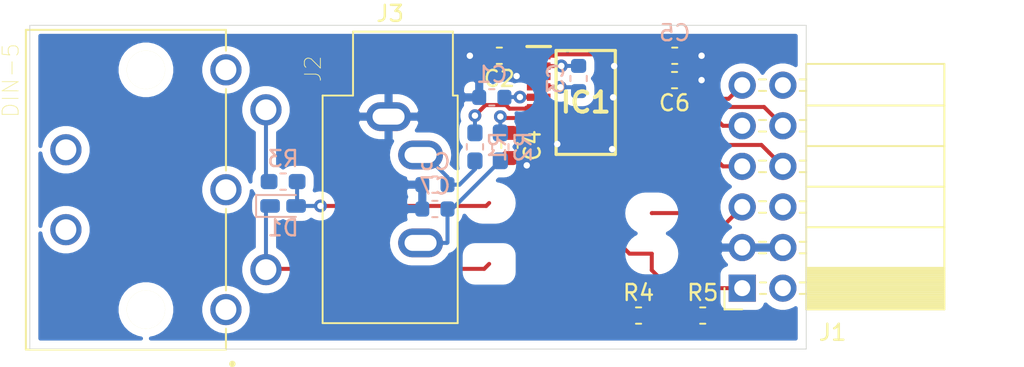
<source format=kicad_pcb>
(kicad_pcb (version 20171130) (host pcbnew "(5.1.5)-2")

  (general
    (thickness 1.6)
    (drawings 4)
    (tracks 127)
    (zones 0)
    (modules 18)
    (nets 21)
  )

  (page A4)
  (layers
    (0 F.Cu signal)
    (31 B.Cu signal)
    (32 B.Adhes user)
    (33 F.Adhes user)
    (34 B.Paste user)
    (35 F.Paste user)
    (36 B.SilkS user)
    (37 F.SilkS user)
    (38 B.Mask user)
    (39 F.Mask user)
    (40 Dwgs.User user)
    (41 Cmts.User user)
    (42 Eco1.User user)
    (43 Eco2.User user)
    (44 Edge.Cuts user)
    (45 Margin user)
    (46 B.CrtYd user)
    (47 F.CrtYd user)
    (48 B.Fab user)
    (49 F.Fab user)
  )

  (setup
    (last_trace_width 0.25)
    (trace_clearance 0.2)
    (zone_clearance 0.508)
    (zone_45_only no)
    (trace_min 0.2)
    (via_size 0.8)
    (via_drill 0.4)
    (via_min_size 0.4)
    (via_min_drill 0.3)
    (uvia_size 0.3)
    (uvia_drill 0.1)
    (uvias_allowed no)
    (uvia_min_size 0.2)
    (uvia_min_drill 0.1)
    (edge_width 0.05)
    (segment_width 0.2)
    (pcb_text_width 0.3)
    (pcb_text_size 1.5 1.5)
    (mod_edge_width 0.12)
    (mod_text_size 1 1)
    (mod_text_width 0.15)
    (pad_size 1.524 1.524)
    (pad_drill 0.762)
    (pad_to_mask_clearance 0.051)
    (solder_mask_min_width 0.25)
    (aux_axis_origin 0 0)
    (visible_elements 7FFFFFFF)
    (pcbplotparams
      (layerselection 0x010fc_ffffffff)
      (usegerberextensions false)
      (usegerberattributes false)
      (usegerberadvancedattributes false)
      (creategerberjobfile false)
      (excludeedgelayer true)
      (linewidth 0.100000)
      (plotframeref false)
      (viasonmask false)
      (mode 1)
      (useauxorigin false)
      (hpglpennumber 1)
      (hpglpenspeed 20)
      (hpglpendiameter 15.000000)
      (psnegative false)
      (psa4output false)
      (plotreference true)
      (plotvalue true)
      (plotinvisibletext false)
      (padsonsilk false)
      (subtractmaskfromsilk false)
      (outputformat 1)
      (mirror false)
      (drillshape 1)
      (scaleselection 1)
      (outputdirectory ""))
  )

  (net 0 "")
  (net 1 GND)
  (net 2 "Net-(C1-Pad1)")
  (net 3 VCC)
  (net 4 "Net-(C3-Pad2)")
  (net 5 "Net-(C3-Pad1)")
  (net 6 "Net-(C6-Pad2)")
  (net 7 OUTR)
  (net 8 OUTL)
  (net 9 "Net-(C7-Pad1)")
  (net 10 "Net-(C8-Pad1)")
  (net 11 LRCLK)
  (net 12 DIN)
  (net 13 BCK)
  (net 14 SCK)
  (net 15 MIDI_IN)
  (net 16 "Net-(J2-Pad5)")
  (net 17 "Net-(R4-Pad2)")
  (net 18 "Net-(D1-Pad2)")
  (net 19 ~MUTE)
  (net 20 "Net-(D1-Pad1)")

  (net_class Default "This is the default net class."
    (clearance 0.2)
    (trace_width 0.25)
    (via_dia 0.8)
    (via_drill 0.4)
    (uvia_dia 0.3)
    (uvia_drill 0.1)
    (add_net BCK)
    (add_net DIN)
    (add_net GND)
    (add_net LRCLK)
    (add_net MIDI_IN)
    (add_net "Net-(C1-Pad1)")
    (add_net "Net-(C3-Pad1)")
    (add_net "Net-(C3-Pad2)")
    (add_net "Net-(C6-Pad2)")
    (add_net "Net-(C7-Pad1)")
    (add_net "Net-(C8-Pad1)")
    (add_net "Net-(D1-Pad1)")
    (add_net "Net-(D1-Pad2)")
    (add_net "Net-(J1-Pad12)")
    (add_net "Net-(J1-Pad6)")
    (add_net "Net-(J2-Pad1)")
    (add_net "Net-(J2-Pad2)")
    (add_net "Net-(J2-Pad3)")
    (add_net "Net-(J2-Pad5)")
    (add_net "Net-(R4-Pad2)")
    (add_net OUTL)
    (add_net OUTR)
    (add_net SCK)
    (add_net VCC)
    (add_net ~MUTE)
  )

  (module Resistor_SMD:R_0603_1608Metric (layer F.Cu) (tedit 5B301BBD) (tstamp 5E352708)
    (at 155.648 104.9655)
    (descr "Resistor SMD 0603 (1608 Metric), square (rectangular) end terminal, IPC_7351 nominal, (Body size source: http://www.tortai-tech.com/upload/download/2011102023233369053.pdf), generated with kicad-footprint-generator")
    (tags resistor)
    (path /5E386EFE)
    (attr smd)
    (fp_text reference R5 (at 0 -1.43) (layer F.SilkS)
      (effects (font (size 1 1) (thickness 0.15)))
    )
    (fp_text value R (at 0 1.43) (layer F.Fab)
      (effects (font (size 1 1) (thickness 0.15)))
    )
    (fp_text user %R (at 0 0) (layer F.Fab)
      (effects (font (size 0.4 0.4) (thickness 0.06)))
    )
    (fp_line (start 1.48 0.73) (end -1.48 0.73) (layer F.CrtYd) (width 0.05))
    (fp_line (start 1.48 -0.73) (end 1.48 0.73) (layer F.CrtYd) (width 0.05))
    (fp_line (start -1.48 -0.73) (end 1.48 -0.73) (layer F.CrtYd) (width 0.05))
    (fp_line (start -1.48 0.73) (end -1.48 -0.73) (layer F.CrtYd) (width 0.05))
    (fp_line (start -0.162779 0.51) (end 0.162779 0.51) (layer F.SilkS) (width 0.12))
    (fp_line (start -0.162779 -0.51) (end 0.162779 -0.51) (layer F.SilkS) (width 0.12))
    (fp_line (start 0.8 0.4) (end -0.8 0.4) (layer F.Fab) (width 0.1))
    (fp_line (start 0.8 -0.4) (end 0.8 0.4) (layer F.Fab) (width 0.1))
    (fp_line (start -0.8 -0.4) (end 0.8 -0.4) (layer F.Fab) (width 0.1))
    (fp_line (start -0.8 0.4) (end -0.8 -0.4) (layer F.Fab) (width 0.1))
    (pad 2 smd roundrect (at 0.7875 0) (size 0.875 0.95) (layers F.Cu F.Paste F.Mask) (roundrect_rratio 0.25)
      (net 15 MIDI_IN))
    (pad 1 smd roundrect (at -0.7875 0) (size 0.875 0.95) (layers F.Cu F.Paste F.Mask) (roundrect_rratio 0.25)
      (net 3 VCC))
    (model ${KISYS3DMOD}/Resistor_SMD.3dshapes/R_0603_1608Metric.wrl
      (at (xyz 0 0 0))
      (scale (xyz 1 1 1))
      (rotate (xyz 0 0 0))
    )
  )

  (module Resistor_SMD:R_0603_1608Metric (layer F.Cu) (tedit 5B301BBD) (tstamp 5E3526F7)
    (at 151.638 104.9655)
    (descr "Resistor SMD 0603 (1608 Metric), square (rectangular) end terminal, IPC_7351 nominal, (Body size source: http://www.tortai-tech.com/upload/download/2011102023233369053.pdf), generated with kicad-footprint-generator")
    (tags resistor)
    (path /5E39464D)
    (attr smd)
    (fp_text reference R4 (at 0 -1.43) (layer F.SilkS)
      (effects (font (size 1 1) (thickness 0.15)))
    )
    (fp_text value R (at 0 1.43) (layer F.Fab)
      (effects (font (size 1 1) (thickness 0.15)))
    )
    (fp_text user %R (at 0 0) (layer F.Fab)
      (effects (font (size 0.4 0.4) (thickness 0.06)))
    )
    (fp_line (start 1.48 0.73) (end -1.48 0.73) (layer F.CrtYd) (width 0.05))
    (fp_line (start 1.48 -0.73) (end 1.48 0.73) (layer F.CrtYd) (width 0.05))
    (fp_line (start -1.48 -0.73) (end 1.48 -0.73) (layer F.CrtYd) (width 0.05))
    (fp_line (start -1.48 0.73) (end -1.48 -0.73) (layer F.CrtYd) (width 0.05))
    (fp_line (start -0.162779 0.51) (end 0.162779 0.51) (layer F.SilkS) (width 0.12))
    (fp_line (start -0.162779 -0.51) (end 0.162779 -0.51) (layer F.SilkS) (width 0.12))
    (fp_line (start 0.8 0.4) (end -0.8 0.4) (layer F.Fab) (width 0.1))
    (fp_line (start 0.8 -0.4) (end 0.8 0.4) (layer F.Fab) (width 0.1))
    (fp_line (start -0.8 -0.4) (end 0.8 -0.4) (layer F.Fab) (width 0.1))
    (fp_line (start -0.8 0.4) (end -0.8 -0.4) (layer F.Fab) (width 0.1))
    (pad 2 smd roundrect (at 0.7875 0) (size 0.875 0.95) (layers F.Cu F.Paste F.Mask) (roundrect_rratio 0.25))
    (pad 1 smd roundrect (at -0.7875 0) (size 0.875 0.95) (layers F.Cu F.Paste F.Mask) (roundrect_rratio 0.25)
      (net 1 GND))
    (model ${KISYS3DMOD}/Resistor_SMD.3dshapes/R_0603_1608Metric.wrl
      (at (xyz 0 0 0))
      (scale (xyz 1 1 1))
      (rotate (xyz 0 0 0))
    )
  )

  (module SamacSys_Parts:SOP65P640X120-20N (layer F.Cu) (tedit 0) (tstamp 5E33F51B)
    (at 148.336 91.6305)
    (descr "PW (R-PDSO-G20)")
    (tags "Integrated Circuit")
    (path /5E33FDC4)
    (attr smd)
    (fp_text reference IC1 (at 0 0) (layer F.SilkS)
      (effects (font (size 1.27 1.27) (thickness 0.254)))
    )
    (fp_text value PCM5100APW (at 0 0) (layer F.SilkS) hide
      (effects (font (size 1.27 1.27) (thickness 0.254)))
    )
    (fp_line (start -3.675 -3.5) (end -2.2 -3.5) (layer F.SilkS) (width 0.2))
    (fp_line (start -1.85 3.25) (end -1.85 -3.25) (layer F.SilkS) (width 0.2))
    (fp_line (start 1.85 3.25) (end -1.85 3.25) (layer F.SilkS) (width 0.2))
    (fp_line (start 1.85 -3.25) (end 1.85 3.25) (layer F.SilkS) (width 0.2))
    (fp_line (start -1.85 -3.25) (end 1.85 -3.25) (layer F.SilkS) (width 0.2))
    (fp_line (start -2.2 -2.6) (end -1.55 -3.25) (layer F.Fab) (width 0.1))
    (fp_line (start -2.2 3.25) (end -2.2 -3.25) (layer F.Fab) (width 0.1))
    (fp_line (start 2.2 3.25) (end -2.2 3.25) (layer F.Fab) (width 0.1))
    (fp_line (start 2.2 -3.25) (end 2.2 3.25) (layer F.Fab) (width 0.1))
    (fp_line (start -2.2 -3.25) (end 2.2 -3.25) (layer F.Fab) (width 0.1))
    (fp_line (start -3.925 3.55) (end -3.925 -3.55) (layer F.CrtYd) (width 0.05))
    (fp_line (start 3.925 3.55) (end -3.925 3.55) (layer F.CrtYd) (width 0.05))
    (fp_line (start 3.925 -3.55) (end 3.925 3.55) (layer F.CrtYd) (width 0.05))
    (fp_line (start -3.925 -3.55) (end 3.925 -3.55) (layer F.CrtYd) (width 0.05))
    (fp_text user %R (at 0 0) (layer F.Fab)
      (effects (font (size 1.27 1.27) (thickness 0.254)))
    )
    (pad 20 smd rect (at 2.938 -2.925 90) (size 0.45 1.475) (layers F.Cu F.Paste F.Mask)
      (net 3 VCC))
    (pad 19 smd rect (at 2.938 -2.275 90) (size 0.45 1.475) (layers F.Cu F.Paste F.Mask)
      (net 1 GND))
    (pad 18 smd rect (at 2.938 -1.625 90) (size 0.45 1.475) (layers F.Cu F.Paste F.Mask)
      (net 6 "Net-(C6-Pad2)"))
    (pad 17 smd rect (at 2.938 -0.975 90) (size 0.45 1.475) (layers F.Cu F.Paste F.Mask)
      (net 19 ~MUTE))
    (pad 16 smd rect (at 2.938 -0.325 90) (size 0.45 1.475) (layers F.Cu F.Paste F.Mask)
      (net 1 GND))
    (pad 15 smd rect (at 2.938 0.325 90) (size 0.45 1.475) (layers F.Cu F.Paste F.Mask)
      (net 11 LRCLK))
    (pad 14 smd rect (at 2.938 0.975 90) (size 0.45 1.475) (layers F.Cu F.Paste F.Mask)
      (net 12 DIN))
    (pad 13 smd rect (at 2.938 1.625 90) (size 0.45 1.475) (layers F.Cu F.Paste F.Mask)
      (net 13 BCK))
    (pad 12 smd rect (at 2.938 2.275 90) (size 0.45 1.475) (layers F.Cu F.Paste F.Mask)
      (net 14 SCK))
    (pad 11 smd rect (at 2.938 2.925 90) (size 0.45 1.475) (layers F.Cu F.Paste F.Mask)
      (net 1 GND))
    (pad 10 smd rect (at -2.938 2.925 90) (size 0.45 1.475) (layers F.Cu F.Paste F.Mask)
      (net 1 GND))
    (pad 9 smd rect (at -2.938 2.275 90) (size 0.45 1.475) (layers F.Cu F.Paste F.Mask)
      (net 1 GND))
    (pad 8 smd rect (at -2.938 1.625 90) (size 0.45 1.475) (layers F.Cu F.Paste F.Mask)
      (net 3 VCC))
    (pad 7 smd rect (at -2.938 0.975 90) (size 0.45 1.475) (layers F.Cu F.Paste F.Mask)
      (net 7 OUTR))
    (pad 6 smd rect (at -2.938 0.325 90) (size 0.45 1.475) (layers F.Cu F.Paste F.Mask)
      (net 8 OUTL))
    (pad 5 smd rect (at -2.938 -0.325 90) (size 0.45 1.475) (layers F.Cu F.Paste F.Mask)
      (net 2 "Net-(C1-Pad1)"))
    (pad 4 smd rect (at -2.938 -0.975 90) (size 0.45 1.475) (layers F.Cu F.Paste F.Mask)
      (net 4 "Net-(C3-Pad2)"))
    (pad 3 smd rect (at -2.938 -1.625 90) (size 0.45 1.475) (layers F.Cu F.Paste F.Mask)
      (net 1 GND))
    (pad 2 smd rect (at -2.938 -2.275 90) (size 0.45 1.475) (layers F.Cu F.Paste F.Mask)
      (net 5 "Net-(C3-Pad1)"))
    (pad 1 smd rect (at -2.938 -2.925 90) (size 0.45 1.475) (layers F.Cu F.Paste F.Mask)
      (net 3 VCC))
    (model C:\SamacSys_PCB_Library\KiCad\SamacSys_Parts.3dshapes\PCM5100APW.stp
      (at (xyz 0 0 0))
      (scale (xyz 1 1 1))
      (rotate (xyz 0 0 0))
    )
  )

  (module Diode_SMD:D_0603_1608Metric_Castellated (layer B.Cu) (tedit 5B301BBE) (tstamp 5E34D5BE)
    (at 129.426 98.1075)
    (descr "Diode SMD 0603 (1608 Metric), castellated end terminal, IPC_7351 nominal, (Body size source: http://www.tortai-tech.com/upload/download/2011102023233369053.pdf), generated with kicad-footprint-generator")
    (tags "diode castellated")
    (path /5E3630C9)
    (attr smd)
    (fp_text reference D1 (at 0 1.38 180) (layer B.SilkS)
      (effects (font (size 1 1) (thickness 0.15)) (justify mirror))
    )
    (fp_text value D (at 0 -1.38 180) (layer B.Fab)
      (effects (font (size 1 1) (thickness 0.15)) (justify mirror))
    )
    (fp_text user %R (at 0 0 180) (layer B.Fab)
      (effects (font (size 0.4 0.4) (thickness 0.06)) (justify mirror))
    )
    (fp_line (start 1.68 -0.68) (end -1.68 -0.68) (layer B.CrtYd) (width 0.05))
    (fp_line (start 1.68 0.68) (end 1.68 -0.68) (layer B.CrtYd) (width 0.05))
    (fp_line (start -1.68 0.68) (end 1.68 0.68) (layer B.CrtYd) (width 0.05))
    (fp_line (start -1.68 -0.68) (end -1.68 0.68) (layer B.CrtYd) (width 0.05))
    (fp_line (start -1.685 -0.685) (end 0.8 -0.685) (layer B.SilkS) (width 0.12))
    (fp_line (start -1.685 0.685) (end -1.685 -0.685) (layer B.SilkS) (width 0.12))
    (fp_line (start 0.8 0.685) (end -1.685 0.685) (layer B.SilkS) (width 0.12))
    (fp_line (start 0.8 -0.4) (end 0.8 0.4) (layer B.Fab) (width 0.1))
    (fp_line (start -0.8 -0.4) (end 0.8 -0.4) (layer B.Fab) (width 0.1))
    (fp_line (start -0.8 0.1) (end -0.8 -0.4) (layer B.Fab) (width 0.1))
    (fp_line (start -0.5 0.4) (end -0.8 0.1) (layer B.Fab) (width 0.1))
    (fp_line (start 0.8 0.4) (end -0.5 0.4) (layer B.Fab) (width 0.1))
    (pad 2 smd roundrect (at 0.8125 0) (size 1.225 0.85) (layers B.Cu B.Paste B.Mask) (roundrect_rratio 0.25)
      (net 18 "Net-(D1-Pad2)"))
    (pad 1 smd roundrect (at -0.8125 0) (size 1.225 0.85) (layers B.Cu B.Paste B.Mask) (roundrect_rratio 0.25)
      (net 20 "Net-(D1-Pad1)"))
    (model ${KISYS3DMOD}/Diode_SMD.3dshapes/D_0603_1608Metric_Castellated.wrl
      (at (xyz 0 0 0))
      (scale (xyz 1 1 1))
      (rotate (xyz 0 0 0))
    )
  )

  (module Resistor_SMD:R_0603_1608Metric_Pad1.05x0.95mm_HandSolder (layer B.Cu) (tedit 5B301BBD) (tstamp 5E34D05E)
    (at 129.427 96.5835 180)
    (descr "Resistor SMD 0603 (1608 Metric), square (rectangular) end terminal, IPC_7351 nominal with elongated pad for handsoldering. (Body size source: http://www.tortai-tech.com/upload/download/2011102023233369053.pdf), generated with kicad-footprint-generator")
    (tags "resistor handsolder")
    (path /5E35BA06)
    (attr smd)
    (fp_text reference R3 (at 0 1.43 180) (layer B.SilkS)
      (effects (font (size 1 1) (thickness 0.15)) (justify mirror))
    )
    (fp_text value R (at 0 -1.43 270) (layer B.Fab)
      (effects (font (size 1 1) (thickness 0.15)) (justify mirror))
    )
    (fp_text user %R (at 0 0 180) (layer B.Fab)
      (effects (font (size 0.4 0.4) (thickness 0.06)) (justify mirror))
    )
    (fp_line (start 1.65 -0.73) (end -1.65 -0.73) (layer B.CrtYd) (width 0.05))
    (fp_line (start 1.65 0.73) (end 1.65 -0.73) (layer B.CrtYd) (width 0.05))
    (fp_line (start -1.65 0.73) (end 1.65 0.73) (layer B.CrtYd) (width 0.05))
    (fp_line (start -1.65 -0.73) (end -1.65 0.73) (layer B.CrtYd) (width 0.05))
    (fp_line (start -0.171267 -0.51) (end 0.171267 -0.51) (layer B.SilkS) (width 0.12))
    (fp_line (start -0.171267 0.51) (end 0.171267 0.51) (layer B.SilkS) (width 0.12))
    (fp_line (start 0.8 -0.4) (end -0.8 -0.4) (layer B.Fab) (width 0.1))
    (fp_line (start 0.8 0.4) (end 0.8 -0.4) (layer B.Fab) (width 0.1))
    (fp_line (start -0.8 0.4) (end 0.8 0.4) (layer B.Fab) (width 0.1))
    (fp_line (start -0.8 -0.4) (end -0.8 0.4) (layer B.Fab) (width 0.1))
    (pad 2 smd roundrect (at 0.875 0 180) (size 1.05 0.95) (layers B.Cu B.Paste B.Mask) (roundrect_rratio 0.25)
      (net 16 "Net-(J2-Pad5)"))
    (pad 1 smd roundrect (at -0.875 0 180) (size 1.05 0.95) (layers B.Cu B.Paste B.Mask) (roundrect_rratio 0.25)
      (net 18 "Net-(D1-Pad2)"))
    (model ${KISYS3DMOD}/Resistor_SMD.3dshapes/R_0603_1608Metric.wrl
      (at (xyz 0 0 0))
      (scale (xyz 1 1 1))
      (rotate (xyz 0 0 0))
    )
  )

  (module Resistor_SMD:R_0603_1608Metric_Pad1.05x0.95mm_HandSolder (layer B.Cu) (tedit 5B301BBD) (tstamp 5E34B9A1)
    (at 143.002 94.4105 90)
    (descr "Resistor SMD 0603 (1608 Metric), square (rectangular) end terminal, IPC_7351 nominal with elongated pad for handsoldering. (Body size source: http://www.tortai-tech.com/upload/download/2011102023233369053.pdf), generated with kicad-footprint-generator")
    (tags "resistor handsolder")
    (path /5E34981C)
    (attr smd)
    (fp_text reference R2 (at 0 1.43 90) (layer B.SilkS)
      (effects (font (size 1 1) (thickness 0.15)) (justify mirror))
    )
    (fp_text value R (at 0 -1.43 90) (layer B.Fab)
      (effects (font (size 1 1) (thickness 0.15)) (justify mirror))
    )
    (fp_text user %R (at 0 0 90) (layer B.Fab)
      (effects (font (size 0.4 0.4) (thickness 0.06)) (justify mirror))
    )
    (fp_line (start 1.65 -0.73) (end -1.65 -0.73) (layer B.CrtYd) (width 0.05))
    (fp_line (start 1.65 0.73) (end 1.65 -0.73) (layer B.CrtYd) (width 0.05))
    (fp_line (start -1.65 0.73) (end 1.65 0.73) (layer B.CrtYd) (width 0.05))
    (fp_line (start -1.65 -0.73) (end -1.65 0.73) (layer B.CrtYd) (width 0.05))
    (fp_line (start -0.171267 -0.51) (end 0.171267 -0.51) (layer B.SilkS) (width 0.12))
    (fp_line (start -0.171267 0.51) (end 0.171267 0.51) (layer B.SilkS) (width 0.12))
    (fp_line (start 0.8 -0.4) (end -0.8 -0.4) (layer B.Fab) (width 0.1))
    (fp_line (start 0.8 0.4) (end 0.8 -0.4) (layer B.Fab) (width 0.1))
    (fp_line (start -0.8 0.4) (end 0.8 0.4) (layer B.Fab) (width 0.1))
    (fp_line (start -0.8 -0.4) (end -0.8 0.4) (layer B.Fab) (width 0.1))
    (pad 2 smd roundrect (at 0.875 0 90) (size 1.05 0.95) (layers B.Cu B.Paste B.Mask) (roundrect_rratio 0.25)
      (net 7 OUTR))
    (pad 1 smd roundrect (at -0.875 0 90) (size 1.05 0.95) (layers B.Cu B.Paste B.Mask) (roundrect_rratio 0.25)
      (net 9 "Net-(C7-Pad1)"))
    (model ${KISYS3DMOD}/Resistor_SMD.3dshapes/R_0603_1608Metric.wrl
      (at (xyz 0 0 0))
      (scale (xyz 1 1 1))
      (rotate (xyz 0 0 0))
    )
  )

  (module Resistor_SMD:R_0603_1608Metric_Pad1.05x0.95mm_HandSolder (layer B.Cu) (tedit 5B301BBD) (tstamp 5E34B990)
    (at 141.4145 94.4105 90)
    (descr "Resistor SMD 0603 (1608 Metric), square (rectangular) end terminal, IPC_7351 nominal with elongated pad for handsoldering. (Body size source: http://www.tortai-tech.com/upload/download/2011102023233369053.pdf), generated with kicad-footprint-generator")
    (tags "resistor handsolder")
    (path /5E347580)
    (attr smd)
    (fp_text reference R1 (at 0 1.43 90) (layer B.SilkS)
      (effects (font (size 1 1) (thickness 0.15)) (justify mirror))
    )
    (fp_text value R (at 0 -1.43 90) (layer B.Fab)
      (effects (font (size 1 1) (thickness 0.15)) (justify mirror))
    )
    (fp_text user %R (at 0 0 90) (layer B.Fab)
      (effects (font (size 0.4 0.4) (thickness 0.06)) (justify mirror))
    )
    (fp_line (start 1.65 -0.73) (end -1.65 -0.73) (layer B.CrtYd) (width 0.05))
    (fp_line (start 1.65 0.73) (end 1.65 -0.73) (layer B.CrtYd) (width 0.05))
    (fp_line (start -1.65 0.73) (end 1.65 0.73) (layer B.CrtYd) (width 0.05))
    (fp_line (start -1.65 -0.73) (end -1.65 0.73) (layer B.CrtYd) (width 0.05))
    (fp_line (start -0.171267 -0.51) (end 0.171267 -0.51) (layer B.SilkS) (width 0.12))
    (fp_line (start -0.171267 0.51) (end 0.171267 0.51) (layer B.SilkS) (width 0.12))
    (fp_line (start 0.8 -0.4) (end -0.8 -0.4) (layer B.Fab) (width 0.1))
    (fp_line (start 0.8 0.4) (end 0.8 -0.4) (layer B.Fab) (width 0.1))
    (fp_line (start -0.8 0.4) (end 0.8 0.4) (layer B.Fab) (width 0.1))
    (fp_line (start -0.8 -0.4) (end -0.8 0.4) (layer B.Fab) (width 0.1))
    (pad 2 smd roundrect (at 0.875 0 90) (size 1.05 0.95) (layers B.Cu B.Paste B.Mask) (roundrect_rratio 0.25)
      (net 8 OUTL))
    (pad 1 smd roundrect (at -0.875 0 90) (size 1.05 0.95) (layers B.Cu B.Paste B.Mask) (roundrect_rratio 0.25)
      (net 10 "Net-(C8-Pad1)"))
    (model ${KISYS3DMOD}/Resistor_SMD.3dshapes/R_0603_1608Metric.wrl
      (at (xyz 0 0 0))
      (scale (xyz 1 1 1))
      (rotate (xyz 0 0 0))
    )
  )

  (module Capacitor_SMD:C_0603_1608Metric (layer B.Cu) (tedit 5B301BBE) (tstamp 5E34B823)
    (at 138.9125 96.774 180)
    (descr "Capacitor SMD 0603 (1608 Metric), square (rectangular) end terminal, IPC_7351 nominal, (Body size source: http://www.tortai-tech.com/upload/download/2011102023233369053.pdf), generated with kicad-footprint-generator")
    (tags capacitor)
    (path /5E34C4AC)
    (attr smd)
    (fp_text reference C8 (at 0 1.43) (layer B.SilkS)
      (effects (font (size 1 1) (thickness 0.15)) (justify mirror))
    )
    (fp_text value 2.2nf (at 0 -1.43) (layer B.Fab)
      (effects (font (size 1 1) (thickness 0.15)) (justify mirror))
    )
    (fp_text user %R (at 0 0) (layer B.Fab)
      (effects (font (size 0.4 0.4) (thickness 0.06)) (justify mirror))
    )
    (fp_line (start 1.48 -0.73) (end -1.48 -0.73) (layer B.CrtYd) (width 0.05))
    (fp_line (start 1.48 0.73) (end 1.48 -0.73) (layer B.CrtYd) (width 0.05))
    (fp_line (start -1.48 0.73) (end 1.48 0.73) (layer B.CrtYd) (width 0.05))
    (fp_line (start -1.48 -0.73) (end -1.48 0.73) (layer B.CrtYd) (width 0.05))
    (fp_line (start -0.162779 -0.51) (end 0.162779 -0.51) (layer B.SilkS) (width 0.12))
    (fp_line (start -0.162779 0.51) (end 0.162779 0.51) (layer B.SilkS) (width 0.12))
    (fp_line (start 0.8 -0.4) (end -0.8 -0.4) (layer B.Fab) (width 0.1))
    (fp_line (start 0.8 0.4) (end 0.8 -0.4) (layer B.Fab) (width 0.1))
    (fp_line (start -0.8 0.4) (end 0.8 0.4) (layer B.Fab) (width 0.1))
    (fp_line (start -0.8 -0.4) (end -0.8 0.4) (layer B.Fab) (width 0.1))
    (pad 2 smd roundrect (at 0.7875 0 180) (size 0.875 0.95) (layers B.Cu B.Paste B.Mask) (roundrect_rratio 0.25)
      (net 1 GND))
    (pad 1 smd roundrect (at -0.7875 0 180) (size 0.875 0.95) (layers B.Cu B.Paste B.Mask) (roundrect_rratio 0.25)
      (net 10 "Net-(C8-Pad1)"))
    (model ${KISYS3DMOD}/Capacitor_SMD.3dshapes/C_0603_1608Metric.wrl
      (at (xyz 0 0 0))
      (scale (xyz 1 1 1))
      (rotate (xyz 0 0 0))
    )
  )

  (module Capacitor_SMD:C_0603_1608Metric (layer B.Cu) (tedit 5B301BBE) (tstamp 5E34B812)
    (at 138.9125 98.298 180)
    (descr "Capacitor SMD 0603 (1608 Metric), square (rectangular) end terminal, IPC_7351 nominal, (Body size source: http://www.tortai-tech.com/upload/download/2011102023233369053.pdf), generated with kicad-footprint-generator")
    (tags capacitor)
    (path /5E34BB6F)
    (attr smd)
    (fp_text reference C7 (at 0 1.43) (layer B.SilkS)
      (effects (font (size 1 1) (thickness 0.15)) (justify mirror))
    )
    (fp_text value 2.2nf (at 0 -1.43) (layer B.Fab)
      (effects (font (size 1 1) (thickness 0.15)) (justify mirror))
    )
    (fp_text user %R (at 0 0) (layer B.Fab)
      (effects (font (size 0.4 0.4) (thickness 0.06)) (justify mirror))
    )
    (fp_line (start 1.48 -0.73) (end -1.48 -0.73) (layer B.CrtYd) (width 0.05))
    (fp_line (start 1.48 0.73) (end 1.48 -0.73) (layer B.CrtYd) (width 0.05))
    (fp_line (start -1.48 0.73) (end 1.48 0.73) (layer B.CrtYd) (width 0.05))
    (fp_line (start -1.48 -0.73) (end -1.48 0.73) (layer B.CrtYd) (width 0.05))
    (fp_line (start -0.162779 -0.51) (end 0.162779 -0.51) (layer B.SilkS) (width 0.12))
    (fp_line (start -0.162779 0.51) (end 0.162779 0.51) (layer B.SilkS) (width 0.12))
    (fp_line (start 0.8 -0.4) (end -0.8 -0.4) (layer B.Fab) (width 0.1))
    (fp_line (start 0.8 0.4) (end 0.8 -0.4) (layer B.Fab) (width 0.1))
    (fp_line (start -0.8 0.4) (end 0.8 0.4) (layer B.Fab) (width 0.1))
    (fp_line (start -0.8 -0.4) (end -0.8 0.4) (layer B.Fab) (width 0.1))
    (pad 2 smd roundrect (at 0.7875 0 180) (size 0.875 0.95) (layers B.Cu B.Paste B.Mask) (roundrect_rratio 0.25)
      (net 1 GND))
    (pad 1 smd roundrect (at -0.7875 0 180) (size 0.875 0.95) (layers B.Cu B.Paste B.Mask) (roundrect_rratio 0.25)
      (net 9 "Net-(C7-Pad1)"))
    (model ${KISYS3DMOD}/Capacitor_SMD.3dshapes/C_0603_1608Metric.wrl
      (at (xyz 0 0 0))
      (scale (xyz 1 1 1))
      (rotate (xyz 0 0 0))
    )
  )

  (module Capacitor_SMD:C_0603_1608Metric (layer F.Cu) (tedit 5B301BBE) (tstamp 5E33F4F4)
    (at 153.886 90.2335 180)
    (descr "Capacitor SMD 0603 (1608 Metric), square (rectangular) end terminal, IPC_7351 nominal, (Body size source: http://www.tortai-tech.com/upload/download/2011102023233369053.pdf), generated with kicad-footprint-generator")
    (tags capacitor)
    (path /5E34B32C)
    (attr smd)
    (fp_text reference C6 (at 0 -1.43) (layer F.SilkS)
      (effects (font (size 1 1) (thickness 0.15)))
    )
    (fp_text value C (at 0 1.43) (layer F.Fab)
      (effects (font (size 1 1) (thickness 0.15)))
    )
    (fp_text user %R (at 0 0) (layer F.Fab)
      (effects (font (size 0.4 0.4) (thickness 0.06)))
    )
    (fp_line (start 1.48 0.73) (end -1.48 0.73) (layer F.CrtYd) (width 0.05))
    (fp_line (start 1.48 -0.73) (end 1.48 0.73) (layer F.CrtYd) (width 0.05))
    (fp_line (start -1.48 -0.73) (end 1.48 -0.73) (layer F.CrtYd) (width 0.05))
    (fp_line (start -1.48 0.73) (end -1.48 -0.73) (layer F.CrtYd) (width 0.05))
    (fp_line (start -0.162779 0.51) (end 0.162779 0.51) (layer F.SilkS) (width 0.12))
    (fp_line (start -0.162779 -0.51) (end 0.162779 -0.51) (layer F.SilkS) (width 0.12))
    (fp_line (start 0.8 0.4) (end -0.8 0.4) (layer F.Fab) (width 0.1))
    (fp_line (start 0.8 -0.4) (end 0.8 0.4) (layer F.Fab) (width 0.1))
    (fp_line (start -0.8 -0.4) (end 0.8 -0.4) (layer F.Fab) (width 0.1))
    (fp_line (start -0.8 0.4) (end -0.8 -0.4) (layer F.Fab) (width 0.1))
    (pad 2 smd roundrect (at 0.7875 0 180) (size 0.875 0.95) (layers F.Cu F.Paste F.Mask) (roundrect_rratio 0.25)
      (net 6 "Net-(C6-Pad2)"))
    (pad 1 smd roundrect (at -0.7875 0 180) (size 0.875 0.95) (layers F.Cu F.Paste F.Mask) (roundrect_rratio 0.25)
      (net 1 GND))
    (model ${KISYS3DMOD}/Capacitor_SMD.3dshapes/C_0603_1608Metric.wrl
      (at (xyz 0 0 0))
      (scale (xyz 1 1 1))
      (rotate (xyz 0 0 0))
    )
  )

  (module Capacitor_SMD:C_0603_1608Metric (layer F.Cu) (tedit 5B301BBE) (tstamp 5E33F4E3)
    (at 153.8985 88.7095)
    (descr "Capacitor SMD 0603 (1608 Metric), square (rectangular) end terminal, IPC_7351 nominal, (Body size source: http://www.tortai-tech.com/upload/download/2011102023233369053.pdf), generated with kicad-footprint-generator")
    (tags capacitor)
    (path /5E34AA37)
    (attr smd)
    (fp_text reference C5 (at 0 -1.43) (layer B.SilkS)
      (effects (font (size 1 1) (thickness 0.15)) (justify mirror))
    )
    (fp_text value C (at 0 1.43) (layer F.Fab)
      (effects (font (size 1 1) (thickness 0.15)))
    )
    (fp_text user %R (at 0 0) (layer F.Fab)
      (effects (font (size 0.4 0.4) (thickness 0.06)))
    )
    (fp_line (start 1.48 0.73) (end -1.48 0.73) (layer F.CrtYd) (width 0.05))
    (fp_line (start 1.48 -0.73) (end 1.48 0.73) (layer F.CrtYd) (width 0.05))
    (fp_line (start -1.48 -0.73) (end 1.48 -0.73) (layer F.CrtYd) (width 0.05))
    (fp_line (start -1.48 0.73) (end -1.48 -0.73) (layer F.CrtYd) (width 0.05))
    (fp_line (start -0.162779 0.51) (end 0.162779 0.51) (layer F.SilkS) (width 0.12))
    (fp_line (start -0.162779 -0.51) (end 0.162779 -0.51) (layer F.SilkS) (width 0.12))
    (fp_line (start 0.8 0.4) (end -0.8 0.4) (layer F.Fab) (width 0.1))
    (fp_line (start 0.8 -0.4) (end 0.8 0.4) (layer F.Fab) (width 0.1))
    (fp_line (start -0.8 -0.4) (end 0.8 -0.4) (layer F.Fab) (width 0.1))
    (fp_line (start -0.8 0.4) (end -0.8 -0.4) (layer F.Fab) (width 0.1))
    (pad 2 smd roundrect (at 0.7875 0) (size 0.875 0.95) (layers F.Cu F.Paste F.Mask) (roundrect_rratio 0.25)
      (net 1 GND))
    (pad 1 smd roundrect (at -0.7875 0) (size 0.875 0.95) (layers F.Cu F.Paste F.Mask) (roundrect_rratio 0.25)
      (net 3 VCC))
    (model ${KISYS3DMOD}/Capacitor_SMD.3dshapes/C_0603_1608Metric.wrl
      (at (xyz 0 0 0))
      (scale (xyz 1 1 1))
      (rotate (xyz 0 0 0))
    )
  )

  (module Capacitor_SMD:C_0603_1608Metric (layer F.Cu) (tedit 5B301BBE) (tstamp 5E33F4D2)
    (at 143.5735 94.323 270)
    (descr "Capacitor SMD 0603 (1608 Metric), square (rectangular) end terminal, IPC_7351 nominal, (Body size source: http://www.tortai-tech.com/upload/download/2011102023233369053.pdf), generated with kicad-footprint-generator")
    (tags capacitor)
    (path /5E346556)
    (attr smd)
    (fp_text reference C4 (at 0 -1.43 90) (layer F.SilkS)
      (effects (font (size 1 1) (thickness 0.15)))
    )
    (fp_text value C (at 0 1.43 90) (layer F.Fab)
      (effects (font (size 1 1) (thickness 0.15)))
    )
    (fp_text user %R (at 0 0) (layer F.Fab)
      (effects (font (size 0.4 0.4) (thickness 0.06)))
    )
    (fp_line (start 1.48 0.73) (end -1.48 0.73) (layer F.CrtYd) (width 0.05))
    (fp_line (start 1.48 -0.73) (end 1.48 0.73) (layer F.CrtYd) (width 0.05))
    (fp_line (start -1.48 -0.73) (end 1.48 -0.73) (layer F.CrtYd) (width 0.05))
    (fp_line (start -1.48 0.73) (end -1.48 -0.73) (layer F.CrtYd) (width 0.05))
    (fp_line (start -0.162779 0.51) (end 0.162779 0.51) (layer F.SilkS) (width 0.12))
    (fp_line (start -0.162779 -0.51) (end 0.162779 -0.51) (layer F.SilkS) (width 0.12))
    (fp_line (start 0.8 0.4) (end -0.8 0.4) (layer F.Fab) (width 0.1))
    (fp_line (start 0.8 -0.4) (end 0.8 0.4) (layer F.Fab) (width 0.1))
    (fp_line (start -0.8 -0.4) (end 0.8 -0.4) (layer F.Fab) (width 0.1))
    (fp_line (start -0.8 0.4) (end -0.8 -0.4) (layer F.Fab) (width 0.1))
    (pad 2 smd roundrect (at 0.7875 0 270) (size 0.875 0.95) (layers F.Cu F.Paste F.Mask) (roundrect_rratio 0.25)
      (net 1 GND))
    (pad 1 smd roundrect (at -0.7875 0 270) (size 0.875 0.95) (layers F.Cu F.Paste F.Mask) (roundrect_rratio 0.25)
      (net 3 VCC))
    (model ${KISYS3DMOD}/Capacitor_SMD.3dshapes/C_0603_1608Metric.wrl
      (at (xyz 0 0 0))
      (scale (xyz 1 1 1))
      (rotate (xyz 0 0 0))
    )
  )

  (module Capacitor_SMD:C_0603_1608Metric (layer B.Cu) (tedit 5B301BBE) (tstamp 5E33F4C1)
    (at 147.8915 90.132 270)
    (descr "Capacitor SMD 0603 (1608 Metric), square (rectangular) end terminal, IPC_7351 nominal, (Body size source: http://www.tortai-tech.com/upload/download/2011102023233369053.pdf), generated with kicad-footprint-generator")
    (tags capacitor)
    (path /5E3441A6)
    (attr smd)
    (fp_text reference C3 (at 0 1.43 90) (layer B.SilkS)
      (effects (font (size 1 1) (thickness 0.15)) (justify mirror))
    )
    (fp_text value C (at 0 -1.43 90) (layer B.Fab)
      (effects (font (size 1 1) (thickness 0.15)) (justify mirror))
    )
    (fp_text user %R (at 0 0 90) (layer B.Fab)
      (effects (font (size 0.4 0.4) (thickness 0.06)) (justify mirror))
    )
    (fp_line (start 1.48 -0.73) (end -1.48 -0.73) (layer B.CrtYd) (width 0.05))
    (fp_line (start 1.48 0.73) (end 1.48 -0.73) (layer B.CrtYd) (width 0.05))
    (fp_line (start -1.48 0.73) (end 1.48 0.73) (layer B.CrtYd) (width 0.05))
    (fp_line (start -1.48 -0.73) (end -1.48 0.73) (layer B.CrtYd) (width 0.05))
    (fp_line (start -0.162779 -0.51) (end 0.162779 -0.51) (layer B.SilkS) (width 0.12))
    (fp_line (start -0.162779 0.51) (end 0.162779 0.51) (layer B.SilkS) (width 0.12))
    (fp_line (start 0.8 -0.4) (end -0.8 -0.4) (layer B.Fab) (width 0.1))
    (fp_line (start 0.8 0.4) (end 0.8 -0.4) (layer B.Fab) (width 0.1))
    (fp_line (start -0.8 0.4) (end 0.8 0.4) (layer B.Fab) (width 0.1))
    (fp_line (start -0.8 -0.4) (end -0.8 0.4) (layer B.Fab) (width 0.1))
    (pad 2 smd roundrect (at 0.7875 0 270) (size 0.875 0.95) (layers B.Cu B.Paste B.Mask) (roundrect_rratio 0.25)
      (net 4 "Net-(C3-Pad2)"))
    (pad 1 smd roundrect (at -0.7875 0 270) (size 0.875 0.95) (layers B.Cu B.Paste B.Mask) (roundrect_rratio 0.25)
      (net 5 "Net-(C3-Pad1)"))
    (model ${KISYS3DMOD}/Capacitor_SMD.3dshapes/C_0603_1608Metric.wrl
      (at (xyz 0 0 0))
      (scale (xyz 1 1 1))
      (rotate (xyz 0 0 0))
    )
  )

  (module Capacitor_SMD:C_0603_1608Metric (layer F.Cu) (tedit 5B301BBE) (tstamp 5E33F4B0)
    (at 142.9385 88.7095 180)
    (descr "Capacitor SMD 0603 (1608 Metric), square (rectangular) end terminal, IPC_7351 nominal, (Body size source: http://www.tortai-tech.com/upload/download/2011102023233369053.pdf), generated with kicad-footprint-generator")
    (tags capacitor)
    (path /5E344EC4)
    (attr smd)
    (fp_text reference C2 (at 0 -1.43) (layer F.SilkS)
      (effects (font (size 1 1) (thickness 0.15)))
    )
    (fp_text value C (at 0 1.43) (layer F.Fab)
      (effects (font (size 1 1) (thickness 0.15)))
    )
    (fp_text user %R (at 0 0) (layer F.Fab)
      (effects (font (size 0.4 0.4) (thickness 0.06)))
    )
    (fp_line (start 1.48 0.73) (end -1.48 0.73) (layer F.CrtYd) (width 0.05))
    (fp_line (start 1.48 -0.73) (end 1.48 0.73) (layer F.CrtYd) (width 0.05))
    (fp_line (start -1.48 -0.73) (end 1.48 -0.73) (layer F.CrtYd) (width 0.05))
    (fp_line (start -1.48 0.73) (end -1.48 -0.73) (layer F.CrtYd) (width 0.05))
    (fp_line (start -0.162779 0.51) (end 0.162779 0.51) (layer F.SilkS) (width 0.12))
    (fp_line (start -0.162779 -0.51) (end 0.162779 -0.51) (layer F.SilkS) (width 0.12))
    (fp_line (start 0.8 0.4) (end -0.8 0.4) (layer F.Fab) (width 0.1))
    (fp_line (start 0.8 -0.4) (end 0.8 0.4) (layer F.Fab) (width 0.1))
    (fp_line (start -0.8 -0.4) (end 0.8 -0.4) (layer F.Fab) (width 0.1))
    (fp_line (start -0.8 0.4) (end -0.8 -0.4) (layer F.Fab) (width 0.1))
    (pad 2 smd roundrect (at 0.7875 0 180) (size 0.875 0.95) (layers F.Cu F.Paste F.Mask) (roundrect_rratio 0.25)
      (net 1 GND))
    (pad 1 smd roundrect (at -0.7875 0 180) (size 0.875 0.95) (layers F.Cu F.Paste F.Mask) (roundrect_rratio 0.25)
      (net 3 VCC))
    (model ${KISYS3DMOD}/Capacitor_SMD.3dshapes/C_0603_1608Metric.wrl
      (at (xyz 0 0 0))
      (scale (xyz 1 1 1))
      (rotate (xyz 0 0 0))
    )
  )

  (module Capacitor_SMD:C_0603_1608Metric (layer B.Cu) (tedit 5B301BBE) (tstamp 5E33F49F)
    (at 142.4685 91.313 180)
    (descr "Capacitor SMD 0603 (1608 Metric), square (rectangular) end terminal, IPC_7351 nominal, (Body size source: http://www.tortai-tech.com/upload/download/2011102023233369053.pdf), generated with kicad-footprint-generator")
    (tags capacitor)
    (path /5E34987B)
    (attr smd)
    (fp_text reference C1 (at 0 1.43) (layer B.SilkS)
      (effects (font (size 1 1) (thickness 0.15)) (justify mirror))
    )
    (fp_text value C (at 0 -1.43) (layer B.Fab)
      (effects (font (size 1 1) (thickness 0.15)) (justify mirror))
    )
    (fp_text user %R (at 0 0) (layer B.Fab)
      (effects (font (size 0.4 0.4) (thickness 0.06)) (justify mirror))
    )
    (fp_line (start 1.48 -0.73) (end -1.48 -0.73) (layer B.CrtYd) (width 0.05))
    (fp_line (start 1.48 0.73) (end 1.48 -0.73) (layer B.CrtYd) (width 0.05))
    (fp_line (start -1.48 0.73) (end 1.48 0.73) (layer B.CrtYd) (width 0.05))
    (fp_line (start -1.48 -0.73) (end -1.48 0.73) (layer B.CrtYd) (width 0.05))
    (fp_line (start -0.162779 -0.51) (end 0.162779 -0.51) (layer B.SilkS) (width 0.12))
    (fp_line (start -0.162779 0.51) (end 0.162779 0.51) (layer B.SilkS) (width 0.12))
    (fp_line (start 0.8 -0.4) (end -0.8 -0.4) (layer B.Fab) (width 0.1))
    (fp_line (start 0.8 0.4) (end 0.8 -0.4) (layer B.Fab) (width 0.1))
    (fp_line (start -0.8 0.4) (end 0.8 0.4) (layer B.Fab) (width 0.1))
    (fp_line (start -0.8 -0.4) (end -0.8 0.4) (layer B.Fab) (width 0.1))
    (pad 2 smd roundrect (at 0.7875 0 180) (size 0.875 0.95) (layers B.Cu B.Paste B.Mask) (roundrect_rratio 0.25)
      (net 1 GND))
    (pad 1 smd roundrect (at -0.7875 0 180) (size 0.875 0.95) (layers B.Cu B.Paste B.Mask) (roundrect_rratio 0.25)
      (net 2 "Net-(C1-Pad1)"))
    (model ${KISYS3DMOD}/Capacitor_SMD.3dshapes/C_0603_1608Metric.wrl
      (at (xyz 0 0 0))
      (scale (xyz 1 1 1))
      (rotate (xyz 0 0 0))
    )
  )

  (module Connector_Audio:Jack_3.5mm_CUI_SJ1-3533NG_Horizontal (layer F.Cu) (tedit 5BAD3514) (tstamp 5E33F1C3)
    (at 136.017 92.5195)
    (descr "TRS 3.5mm, horizontal, through-hole, https://www.cui.com/product/resource/sj1-353xng.pdf")
    (tags "TRS audio jack stereo horizontal")
    (path /5E339D60)
    (fp_text reference J3 (at 0.1 -6.45) (layer F.SilkS)
      (effects (font (size 1 1) (thickness 0.15)))
    )
    (fp_text value AudioJack3 (at 0.1 14.05) (layer F.Fab)
      (effects (font (size 1 1) (thickness 0.15)))
    )
    (fp_text user %R (at 0.1 3.8) (layer F.Fab)
      (effects (font (size 1 1) (thickness 0.15)))
    )
    (fp_line (start 4.7 -5.7) (end -4.5 -5.7) (layer F.CrtYd) (width 0.05))
    (fp_line (start 4.7 13.3) (end 4.7 -5.7) (layer F.CrtYd) (width 0.05))
    (fp_line (start -4.5 13.3) (end 4.7 13.3) (layer F.CrtYd) (width 0.05))
    (fp_line (start -4.5 -5.7) (end -4.5 13.3) (layer F.CrtYd) (width 0.05))
    (fp_line (start -2.22 -1.32) (end -2.22 -5.32) (layer F.SilkS) (width 0.12))
    (fp_line (start -4.12 -1.32) (end -2.22 -1.32) (layer F.SilkS) (width 0.12))
    (fp_line (start -4.12 12.92) (end -4.12 -1.32) (layer F.SilkS) (width 0.12))
    (fp_line (start 4.32 12.92) (end -4.12 12.92) (layer F.SilkS) (width 0.12))
    (fp_line (start 4.32 -1.32) (end 4.32 12.92) (layer F.SilkS) (width 0.12))
    (fp_line (start 4.02 -1.32) (end 4.32 -1.32) (layer F.SilkS) (width 0.12))
    (fp_line (start 4.02 -5.32) (end 4.02 -1.32) (layer F.SilkS) (width 0.12))
    (fp_line (start -2.22 -5.32) (end 4.02 -5.32) (layer F.SilkS) (width 0.12))
    (fp_line (start -2.1 -1.2) (end -2.1 -5.2) (layer F.Fab) (width 0.1))
    (fp_line (start -4 -1.2) (end -2.1 -1.2) (layer F.Fab) (width 0.1))
    (fp_line (start -4 12.8) (end -4 -1.2) (layer F.Fab) (width 0.1))
    (fp_line (start 4.2 12.8) (end -4 12.8) (layer F.Fab) (width 0.1))
    (fp_line (start 4.2 -1.2) (end 4.2 12.8) (layer F.Fab) (width 0.1))
    (fp_line (start 3.9 -1.2) (end 4.2 -1.2) (layer F.Fab) (width 0.1))
    (fp_line (start 3.9 -5.2) (end 3.9 -1.2) (layer F.Fab) (width 0.1))
    (fp_line (start -2.1 -5.2) (end 3.9 -5.2) (layer F.Fab) (width 0.1))
    (pad R thru_hole oval (at 2 7.9) (size 2.8 1.8) (drill oval 2 1) (layers *.Cu *.Mask)
      (net 9 "Net-(C7-Pad1)"))
    (pad T thru_hole oval (at 2 2.4) (size 2.8 1.8) (drill oval 2 1) (layers *.Cu *.Mask)
      (net 10 "Net-(C8-Pad1)"))
    (pad S thru_hole oval (at 0 0) (size 2.8 1.8) (drill oval 2 1) (layers *.Cu *.Mask)
      (net 1 GND))
    (model ${KISYS3DMOD}/Connector_Audio.3dshapes/Jack_3.5mm_CUI_SJ1-3533NG_Horizontal.wrl
      (at (xyz 0 0 0))
      (scale (xyz 1 1 1))
      (rotate (xyz 0 0 0))
    )
  )

  (module project:CUI_SDS-50J (layer F.Cu) (tedit 0) (tstamp 5E33E4CC)
    (at 125.857 97.0915 270)
    (path /5E3384D1)
    (fp_text reference J2 (at -7.56532 -5.4388 90) (layer F.SilkS)
      (effects (font (size 1.0007 1.0007) (thickness 0.05)))
    )
    (fp_text value DIN-5 (at -6.83505 13.4447 90) (layer F.SilkS)
      (effects (font (size 1.00146 1.00146) (thickness 0.05)))
    )
    (fp_line (start 10 0) (end -10 0) (layer Eco2.User) (width 0.127))
    (fp_line (start 10 12.5) (end 10 0) (layer Eco2.User) (width 0.127))
    (fp_line (start -10 12.5) (end 10 12.5) (layer Eco2.User) (width 0.127))
    (fp_line (start -10 0) (end -10 12.5) (layer Eco2.User) (width 0.127))
    (fp_line (start 10 0) (end 8.7 0) (layer F.SilkS) (width 0.127))
    (fp_line (start 1.2 0) (end 6.3 0) (layer F.SilkS) (width 0.127))
    (fp_line (start -6.3 0) (end -1.2 0) (layer F.SilkS) (width 0.127))
    (fp_line (start -10 0) (end -8.7 0) (layer F.SilkS) (width 0.127))
    (fp_circle (center 10.9 -0.4) (end 11 -0.4) (layer Eco2.User) (width 0.2))
    (fp_circle (center 10.9 -0.4) (end 11 -0.4) (layer F.SilkS) (width 0.2))
    (fp_line (start 10.25 12.75) (end -10.25 12.75) (layer Eco1.User) (width 0.05))
    (fp_line (start 10.25 -3.75) (end 10.25 12.75) (layer Eco1.User) (width 0.05))
    (fp_line (start -10.25 -3.75) (end 10.25 -3.75) (layer Eco1.User) (width 0.05))
    (fp_line (start -10.25 12.75) (end -10.25 -3.75) (layer Eco1.User) (width 0.05))
    (fp_line (start 10 12.5) (end 10 0) (layer F.SilkS) (width 0.127))
    (fp_line (start -10 12.5) (end 10 12.5) (layer F.SilkS) (width 0.127))
    (fp_line (start -10 0) (end -10 12.5) (layer F.SilkS) (width 0.127))
    (pad Hole np_thru_hole circle (at 7.5 5 270) (size 2.4 2.4) (drill 2.4) (layers *.Cu *.Mask F.SilkS))
    (pad Hole np_thru_hole circle (at -7.5 5 270) (size 2.4 2.4) (drill 2.4) (layers *.Cu *.Mask F.SilkS))
    (pad S2 thru_hole circle (at 2.5 10 270) (size 1.95 1.95) (drill 1.3) (layers *.Cu *.Mask))
    (pad S1 thru_hole circle (at -2.5 10 270) (size 1.95 1.95) (drill 1.3) (layers *.Cu *.Mask))
    (pad 3 thru_hole circle (at -7.5 0 270) (size 1.95 1.95) (drill 1.3) (layers *.Cu *.Mask))
    (pad 5 thru_hole circle (at -5 -2.5 270) (size 1.95 1.95) (drill 1.3) (layers *.Cu *.Mask)
      (net 16 "Net-(J2-Pad5)"))
    (pad 1 thru_hole circle (at 7.5 0 270) (size 1.95 1.95) (drill 1.3) (layers *.Cu *.Mask))
    (pad 4 thru_hole circle (at 5 -2.5 270) (size 1.95 1.95) (drill 1.3) (layers *.Cu *.Mask)
      (net 20 "Net-(D1-Pad1)"))
    (pad 2 thru_hole circle (at 0 0 270) (size 1.95 1.95) (drill 1.3) (layers *.Cu *.Mask))
  )

  (module Connector_PinSocket_2.54mm:PinSocket_2x06_P2.54mm_Horizontal (layer F.Cu) (tedit 5A19A42C) (tstamp 5E33D938)
    (at 158.115 103.251 180)
    (descr "Through hole angled socket strip, 2x06, 2.54mm pitch, 8.51mm socket length, double cols (from Kicad 4.0.7), script generated")
    (tags "Through hole angled socket strip THT 2x06 2.54mm double row")
    (path /5E3379B1)
    (fp_text reference J1 (at -5.65 -2.77) (layer F.SilkS)
      (effects (font (size 1 1) (thickness 0.15)))
    )
    (fp_text value Conn_02x06_Counter_Clockwise (at -5.65 15.47) (layer F.Fab)
      (effects (font (size 1 1) (thickness 0.15)))
    )
    (fp_text user %R (at -8.315 6.35 90) (layer F.Fab)
      (effects (font (size 1 1) (thickness 0.15)))
    )
    (fp_line (start 1.8 14.45) (end 1.8 -1.8) (layer F.CrtYd) (width 0.05))
    (fp_line (start -13.05 14.45) (end 1.8 14.45) (layer F.CrtYd) (width 0.05))
    (fp_line (start -13.05 -1.8) (end -13.05 14.45) (layer F.CrtYd) (width 0.05))
    (fp_line (start 1.8 -1.8) (end -13.05 -1.8) (layer F.CrtYd) (width 0.05))
    (fp_line (start 0 -1.33) (end 1.11 -1.33) (layer F.SilkS) (width 0.12))
    (fp_line (start 1.11 -1.33) (end 1.11 0) (layer F.SilkS) (width 0.12))
    (fp_line (start -12.63 -1.33) (end -12.63 14.03) (layer F.SilkS) (width 0.12))
    (fp_line (start -12.63 14.03) (end -4 14.03) (layer F.SilkS) (width 0.12))
    (fp_line (start -4 -1.33) (end -4 14.03) (layer F.SilkS) (width 0.12))
    (fp_line (start -12.63 -1.33) (end -4 -1.33) (layer F.SilkS) (width 0.12))
    (fp_line (start -12.63 11.43) (end -4 11.43) (layer F.SilkS) (width 0.12))
    (fp_line (start -12.63 8.89) (end -4 8.89) (layer F.SilkS) (width 0.12))
    (fp_line (start -12.63 6.35) (end -4 6.35) (layer F.SilkS) (width 0.12))
    (fp_line (start -12.63 3.81) (end -4 3.81) (layer F.SilkS) (width 0.12))
    (fp_line (start -12.63 1.27) (end -4 1.27) (layer F.SilkS) (width 0.12))
    (fp_line (start -1.49 13.06) (end -1.05 13.06) (layer F.SilkS) (width 0.12))
    (fp_line (start -4 13.06) (end -3.59 13.06) (layer F.SilkS) (width 0.12))
    (fp_line (start -1.49 12.34) (end -1.05 12.34) (layer F.SilkS) (width 0.12))
    (fp_line (start -4 12.34) (end -3.59 12.34) (layer F.SilkS) (width 0.12))
    (fp_line (start -1.49 10.52) (end -1.05 10.52) (layer F.SilkS) (width 0.12))
    (fp_line (start -4 10.52) (end -3.59 10.52) (layer F.SilkS) (width 0.12))
    (fp_line (start -1.49 9.8) (end -1.05 9.8) (layer F.SilkS) (width 0.12))
    (fp_line (start -4 9.8) (end -3.59 9.8) (layer F.SilkS) (width 0.12))
    (fp_line (start -1.49 7.98) (end -1.05 7.98) (layer F.SilkS) (width 0.12))
    (fp_line (start -4 7.98) (end -3.59 7.98) (layer F.SilkS) (width 0.12))
    (fp_line (start -1.49 7.26) (end -1.05 7.26) (layer F.SilkS) (width 0.12))
    (fp_line (start -4 7.26) (end -3.59 7.26) (layer F.SilkS) (width 0.12))
    (fp_line (start -1.49 5.44) (end -1.05 5.44) (layer F.SilkS) (width 0.12))
    (fp_line (start -4 5.44) (end -3.59 5.44) (layer F.SilkS) (width 0.12))
    (fp_line (start -1.49 4.72) (end -1.05 4.72) (layer F.SilkS) (width 0.12))
    (fp_line (start -4 4.72) (end -3.59 4.72) (layer F.SilkS) (width 0.12))
    (fp_line (start -1.49 2.9) (end -1.05 2.9) (layer F.SilkS) (width 0.12))
    (fp_line (start -4 2.9) (end -3.59 2.9) (layer F.SilkS) (width 0.12))
    (fp_line (start -1.49 2.18) (end -1.05 2.18) (layer F.SilkS) (width 0.12))
    (fp_line (start -4 2.18) (end -3.59 2.18) (layer F.SilkS) (width 0.12))
    (fp_line (start -1.49 0.36) (end -1.11 0.36) (layer F.SilkS) (width 0.12))
    (fp_line (start -4 0.36) (end -3.59 0.36) (layer F.SilkS) (width 0.12))
    (fp_line (start -1.49 -0.36) (end -1.11 -0.36) (layer F.SilkS) (width 0.12))
    (fp_line (start -4 -0.36) (end -3.59 -0.36) (layer F.SilkS) (width 0.12))
    (fp_line (start -12.63 1.1519) (end -4 1.1519) (layer F.SilkS) (width 0.12))
    (fp_line (start -12.63 1.033805) (end -4 1.033805) (layer F.SilkS) (width 0.12))
    (fp_line (start -12.63 0.91571) (end -4 0.91571) (layer F.SilkS) (width 0.12))
    (fp_line (start -12.63 0.797615) (end -4 0.797615) (layer F.SilkS) (width 0.12))
    (fp_line (start -12.63 0.67952) (end -4 0.67952) (layer F.SilkS) (width 0.12))
    (fp_line (start -12.63 0.561425) (end -4 0.561425) (layer F.SilkS) (width 0.12))
    (fp_line (start -12.63 0.44333) (end -4 0.44333) (layer F.SilkS) (width 0.12))
    (fp_line (start -12.63 0.325235) (end -4 0.325235) (layer F.SilkS) (width 0.12))
    (fp_line (start -12.63 0.20714) (end -4 0.20714) (layer F.SilkS) (width 0.12))
    (fp_line (start -12.63 0.089045) (end -4 0.089045) (layer F.SilkS) (width 0.12))
    (fp_line (start -12.63 -0.02905) (end -4 -0.02905) (layer F.SilkS) (width 0.12))
    (fp_line (start -12.63 -0.147145) (end -4 -0.147145) (layer F.SilkS) (width 0.12))
    (fp_line (start -12.63 -0.26524) (end -4 -0.26524) (layer F.SilkS) (width 0.12))
    (fp_line (start -12.63 -0.383335) (end -4 -0.383335) (layer F.SilkS) (width 0.12))
    (fp_line (start -12.63 -0.50143) (end -4 -0.50143) (layer F.SilkS) (width 0.12))
    (fp_line (start -12.63 -0.619525) (end -4 -0.619525) (layer F.SilkS) (width 0.12))
    (fp_line (start -12.63 -0.73762) (end -4 -0.73762) (layer F.SilkS) (width 0.12))
    (fp_line (start -12.63 -0.855715) (end -4 -0.855715) (layer F.SilkS) (width 0.12))
    (fp_line (start -12.63 -0.97381) (end -4 -0.97381) (layer F.SilkS) (width 0.12))
    (fp_line (start -12.63 -1.091905) (end -4 -1.091905) (layer F.SilkS) (width 0.12))
    (fp_line (start -12.63 -1.21) (end -4 -1.21) (layer F.SilkS) (width 0.12))
    (fp_line (start 0 13) (end 0 12.4) (layer F.Fab) (width 0.1))
    (fp_line (start -4.06 13) (end 0 13) (layer F.Fab) (width 0.1))
    (fp_line (start 0 12.4) (end -4.06 12.4) (layer F.Fab) (width 0.1))
    (fp_line (start 0 10.46) (end 0 9.86) (layer F.Fab) (width 0.1))
    (fp_line (start -4.06 10.46) (end 0 10.46) (layer F.Fab) (width 0.1))
    (fp_line (start 0 9.86) (end -4.06 9.86) (layer F.Fab) (width 0.1))
    (fp_line (start 0 7.92) (end 0 7.32) (layer F.Fab) (width 0.1))
    (fp_line (start -4.06 7.92) (end 0 7.92) (layer F.Fab) (width 0.1))
    (fp_line (start 0 7.32) (end -4.06 7.32) (layer F.Fab) (width 0.1))
    (fp_line (start 0 5.38) (end 0 4.78) (layer F.Fab) (width 0.1))
    (fp_line (start -4.06 5.38) (end 0 5.38) (layer F.Fab) (width 0.1))
    (fp_line (start 0 4.78) (end -4.06 4.78) (layer F.Fab) (width 0.1))
    (fp_line (start 0 2.84) (end 0 2.24) (layer F.Fab) (width 0.1))
    (fp_line (start -4.06 2.84) (end 0 2.84) (layer F.Fab) (width 0.1))
    (fp_line (start 0 2.24) (end -4.06 2.24) (layer F.Fab) (width 0.1))
    (fp_line (start 0 0.3) (end 0 -0.3) (layer F.Fab) (width 0.1))
    (fp_line (start -4.06 0.3) (end 0 0.3) (layer F.Fab) (width 0.1))
    (fp_line (start 0 -0.3) (end -4.06 -0.3) (layer F.Fab) (width 0.1))
    (fp_line (start -12.57 13.97) (end -12.57 -1.27) (layer F.Fab) (width 0.1))
    (fp_line (start -4.06 13.97) (end -12.57 13.97) (layer F.Fab) (width 0.1))
    (fp_line (start -4.06 -0.3) (end -4.06 13.97) (layer F.Fab) (width 0.1))
    (fp_line (start -5.03 -1.27) (end -4.06 -0.3) (layer F.Fab) (width 0.1))
    (fp_line (start -12.57 -1.27) (end -5.03 -1.27) (layer F.Fab) (width 0.1))
    (pad 12 thru_hole oval (at -2.54 12.7 180) (size 1.7 1.7) (drill 1) (layers *.Cu *.Mask))
    (pad 11 thru_hole oval (at 0 12.7 180) (size 1.7 1.7) (drill 1) (layers *.Cu *.Mask)
      (net 19 ~MUTE))
    (pad 10 thru_hole oval (at -2.54 10.16 180) (size 1.7 1.7) (drill 1) (layers *.Cu *.Mask)
      (net 11 LRCLK))
    (pad 9 thru_hole oval (at 0 10.16 180) (size 1.7 1.7) (drill 1) (layers *.Cu *.Mask)
      (net 12 DIN))
    (pad 8 thru_hole oval (at -2.54 7.62 180) (size 1.7 1.7) (drill 1) (layers *.Cu *.Mask)
      (net 13 BCK))
    (pad 7 thru_hole oval (at 0 7.62 180) (size 1.7 1.7) (drill 1) (layers *.Cu *.Mask)
      (net 14 SCK))
    (pad 6 thru_hole oval (at -2.54 5.08 180) (size 1.7 1.7) (drill 1) (layers *.Cu *.Mask))
    (pad 5 thru_hole oval (at 0 5.08 180) (size 1.7 1.7) (drill 1) (layers *.Cu *.Mask)
      (net 15 MIDI_IN))
    (pad 4 thru_hole oval (at -2.54 2.54 180) (size 1.7 1.7) (drill 1) (layers *.Cu *.Mask)
      (net 1 GND))
    (pad 3 thru_hole oval (at 0 2.54 180) (size 1.7 1.7) (drill 1) (layers *.Cu *.Mask)
      (net 1 GND))
    (pad 2 thru_hole oval (at -2.54 0 180) (size 1.7 1.7) (drill 1) (layers *.Cu *.Mask)
      (net 3 VCC))
    (pad 1 thru_hole rect (at 0 0 180) (size 1.7 1.7) (drill 1) (layers *.Cu *.Mask)
      (net 3 VCC))
    (model ${KISYS3DMOD}/Connector_PinSocket_2.54mm.3dshapes/PinSocket_2x06_P2.54mm_Horizontal.wrl
      (at (xyz 0 0 0))
      (scale (xyz 1 1 1))
      (rotate (xyz 0 0 0))
    )
  )

  (gr_line (start 162.1155 86.8045) (end 162.1155 107.061) (layer Edge.Cuts) (width 0.05) (tstamp 5E34DDAA))
  (gr_line (start 113.6015 86.8045) (end 113.6015 107.061) (layer Edge.Cuts) (width 0.05) (tstamp 5E34BC2A))
  (gr_line (start 162.1155 86.8045) (end 113.6015 86.8045) (layer Edge.Cuts) (width 0.05))
  (gr_line (start 162.1155 107.061) (end 113.6015 107.061) (layer Edge.Cuts) (width 0.05))

  (via (at 141.097 88.7095) (size 0.8) (drill 0.4) (layers F.Cu B.Cu) (net 1))
  (segment (start 142.151 88.7095) (end 141.097 88.7095) (width 0.25) (layer F.Cu) (net 1))
  (via (at 144.018 89.9795) (size 0.8) (drill 0.4) (layers F.Cu B.Cu) (net 1))
  (segment (start 145.398 90.0055) (end 144.044 90.0055) (width 0.25) (layer F.Cu) (net 1))
  (segment (start 144.044 90.0055) (end 144.018 89.9795) (width 0.25) (layer F.Cu) (net 1))
  (via (at 150.112972 89.355499) (size 0.8) (drill 0.4) (layers F.Cu B.Cu) (net 1))
  (segment (start 151.274 89.3555) (end 150.112973 89.3555) (width 0.25) (layer F.Cu) (net 1))
  (segment (start 150.112973 89.3555) (end 150.112972 89.355499) (width 0.25) (layer F.Cu) (net 1))
  (via (at 149.987 94.5515) (size 0.8) (drill 0.4) (layers F.Cu B.Cu) (net 1))
  (segment (start 151.274 94.5555) (end 149.991 94.5555) (width 0.25) (layer F.Cu) (net 1))
  (segment (start 149.991 94.5555) (end 149.987 94.5515) (width 0.25) (layer F.Cu) (net 1))
  (via (at 150.0505 91.313) (size 0.8) (drill 0.4) (layers F.Cu B.Cu) (net 1))
  (segment (start 151.274 91.3055) (end 150.058 91.3055) (width 0.25) (layer F.Cu) (net 1))
  (segment (start 150.058 91.3055) (end 150.0505 91.313) (width 0.25) (layer F.Cu) (net 1))
  (via (at 146.558 94.234) (size 0.8) (drill 0.4) (layers F.Cu B.Cu) (net 1))
  (segment (start 145.398 93.9055) (end 146.2295 93.9055) (width 0.25) (layer F.Cu) (net 1))
  (segment (start 146.2295 93.9055) (end 146.558 94.234) (width 0.25) (layer F.Cu) (net 1))
  (segment (start 146.2365 94.5555) (end 146.558 94.234) (width 0.25) (layer F.Cu) (net 1))
  (segment (start 145.398 94.5555) (end 146.2365 94.5555) (width 0.25) (layer F.Cu) (net 1))
  (via (at 155.575 88.7095) (size 0.8) (drill 0.4) (layers F.Cu B.Cu) (net 1))
  (segment (start 154.686 88.7095) (end 155.575 88.7095) (width 0.25) (layer F.Cu) (net 1))
  (via (at 155.575 90.2335) (size 0.8) (drill 0.4) (layers F.Cu B.Cu) (net 1))
  (segment (start 154.6735 90.2335) (end 155.575 90.2335) (width 0.25) (layer F.Cu) (net 1))
  (segment (start 143.5735 95.1105) (end 144.196 95.1105) (width 0.25) (layer F.Cu) (net 1))
  (via (at 144.653 95.5675) (size 0.8) (drill 0.4) (layers F.Cu B.Cu) (net 1))
  (segment (start 144.196 95.1105) (end 144.653 95.5675) (width 0.25) (layer F.Cu) (net 1))
  (segment (start 145.398 91.3055) (end 144.23725 91.3055) (width 0.25) (layer F.Cu) (net 2))
  (segment (start 144.23725 91.3055) (end 144.225457 91.293707) (width 0.25) (layer F.Cu) (net 2))
  (via (at 144.225457 91.293707) (size 0.8) (drill 0.4) (layers F.Cu B.Cu) (net 2))
  (segment (start 143.275293 91.293707) (end 143.256 91.313) (width 0.25) (layer B.Cu) (net 2))
  (segment (start 144.225457 91.293707) (end 143.275293 91.293707) (width 0.25) (layer B.Cu) (net 2))
  (segment (start 145.394 88.7095) (end 145.398 88.7055) (width 0.25) (layer F.Cu) (net 3))
  (segment (start 143.726 88.7095) (end 145.394 88.7095) (width 0.25) (layer F.Cu) (net 3))
  (segment (start 153.107 88.7055) (end 153.111 88.7095) (width 0.25) (layer F.Cu) (net 3))
  (segment (start 151.274 88.7055) (end 153.107 88.7055) (width 0.25) (layer F.Cu) (net 3))
  (segment (start 152.4635 102.127) (end 152.4635 101.092) (width 0.25) (layer F.Cu) (net 3))
  (segment (start 153.5875 103.251) (end 152.4635 102.127) (width 0.25) (layer F.Cu) (net 3))
  (segment (start 158.115 103.251) (end 153.5875 103.251) (width 0.25) (layer F.Cu) (net 3))
  (segment (start 147.701923 93.2555) (end 145.398 93.2555) (width 0.25) (layer F.Cu) (net 3))
  (segment (start 147.910512 97.934012) (end 147.910512 93.464089) (width 0.25) (layer F.Cu) (net 3))
  (segment (start 152.4635 101.092) (end 151.0685 101.092) (width 0.25) (layer F.Cu) (net 3))
  (segment (start 147.910512 93.464089) (end 147.701923 93.2555) (width 0.25) (layer F.Cu) (net 3))
  (segment (start 151.0685 101.092) (end 147.910512 97.934012) (width 0.25) (layer F.Cu) (net 3))
  (segment (start 146.463999 88.619499) (end 146.377998 88.7055) (width 0.25) (layer F.Cu) (net 3))
  (segment (start 146.377998 88.7055) (end 145.398 88.7055) (width 0.25) (layer F.Cu) (net 3))
  (segment (start 150.535975 88.7055) (end 150.449974 88.619499) (width 0.25) (layer F.Cu) (net 3))
  (segment (start 151.274 88.7055) (end 150.535975 88.7055) (width 0.25) (layer F.Cu) (net 3))
  (segment (start 149.061001 91.896422) (end 147.701923 93.2555) (width 0.25) (layer F.Cu) (net 3))
  (segment (start 149.061001 88.619499) (end 149.061001 91.896422) (width 0.25) (layer F.Cu) (net 3))
  (segment (start 150.449974 88.619499) (end 149.061001 88.619499) (width 0.25) (layer F.Cu) (net 3))
  (segment (start 149.061001 88.619499) (end 146.463999 88.619499) (width 0.25) (layer F.Cu) (net 3))
  (segment (start 143.8535 93.2555) (end 143.5735 93.5355) (width 0.25) (layer F.Cu) (net 3))
  (segment (start 145.398 93.2555) (end 143.8535 93.2555) (width 0.25) (layer F.Cu) (net 3))
  (via (at 146.7485 90.678) (size 0.8) (drill 0.4) (layers F.Cu B.Cu) (net 4))
  (segment (start 145.398 90.6555) (end 146.726 90.6555) (width 0.25) (layer F.Cu) (net 4))
  (segment (start 146.726 90.6555) (end 146.7485 90.678) (width 0.25) (layer F.Cu) (net 4))
  (segment (start 147.904 90.678) (end 148.1455 90.9195) (width 0.25) (layer B.Cu) (net 4))
  (segment (start 146.7485 90.678) (end 147.904 90.678) (width 0.25) (layer B.Cu) (net 4))
  (via (at 146.812 89.3445) (size 0.8) (drill 0.4) (layers F.Cu B.Cu) (net 5))
  (segment (start 145.398 89.3555) (end 146.801 89.3555) (width 0.25) (layer F.Cu) (net 5))
  (segment (start 146.801 89.3555) (end 146.812 89.3445) (width 0.25) (layer F.Cu) (net 5))
  (segment (start 146.812 89.3445) (end 148.1455 89.3445) (width 0.25) (layer B.Cu) (net 5))
  (segment (start 152.8705 90.0055) (end 153.0985 90.2335) (width 0.25) (layer F.Cu) (net 6))
  (segment (start 151.274 90.0055) (end 152.8705 90.0055) (width 0.25) (layer F.Cu) (net 6))
  (via (at 143.002 92.5195) (size 0.8) (drill 0.4) (layers F.Cu B.Cu) (net 7))
  (segment (start 145.398 92.6055) (end 143.088 92.6055) (width 0.25) (layer F.Cu) (net 7))
  (segment (start 143.088 92.6055) (end 143.002 92.5195) (width 0.25) (layer F.Cu) (net 7))
  (segment (start 143.002 92.5195) (end 143.002 93.5355) (width 0.25) (layer B.Cu) (net 7))
  (via (at 141.4145 92.456) (size 0.8) (drill 0.4) (layers F.Cu B.Cu) (net 8))
  (segment (start 141.4145 92.456) (end 141.4145 93.5355) (width 0.25) (layer B.Cu) (net 8))
  (segment (start 144.636668 91.9555) (end 144.573459 92.018709) (width 0.25) (layer F.Cu) (net 8))
  (segment (start 145.398 91.9555) (end 144.636668 91.9555) (width 0.25) (layer F.Cu) (net 8))
  (segment (start 142.076002 91.794498) (end 141.814499 92.056001) (width 0.25) (layer F.Cu) (net 8))
  (segment (start 141.814499 92.056001) (end 141.4145 92.456) (width 0.25) (layer F.Cu) (net 8))
  (segment (start 143.350002 91.794498) (end 142.076002 91.794498) (width 0.25) (layer F.Cu) (net 8))
  (segment (start 143.574213 92.018709) (end 143.350002 91.794498) (width 0.25) (layer F.Cu) (net 8))
  (segment (start 144.573459 92.018709) (end 143.574213 92.018709) (width 0.25) (layer F.Cu) (net 8))
  (segment (start 139.9895 98.298) (end 139.7 98.298) (width 0.25) (layer B.Cu) (net 9))
  (segment (start 143.002 95.2855) (end 139.9895 98.298) (width 0.25) (layer B.Cu) (net 9))
  (segment (start 139.667 100.4195) (end 138.017 100.4195) (width 0.25) (layer B.Cu) (net 9))
  (segment (start 139.7 100.3865) (end 139.667 100.4195) (width 0.25) (layer B.Cu) (net 9))
  (segment (start 139.7 98.298) (end 139.7 100.3865) (width 0.25) (layer B.Cu) (net 9))
  (segment (start 140.1375 96.774) (end 139.7 96.774) (width 0.25) (layer B.Cu) (net 10))
  (segment (start 140.451 96.774) (end 140.1375 96.774) (width 0.25) (layer B.Cu) (net 10))
  (segment (start 141.4145 95.8105) (end 140.451 96.774) (width 0.25) (layer B.Cu) (net 10))
  (segment (start 141.4145 95.2855) (end 141.4145 95.8105) (width 0.25) (layer B.Cu) (net 10))
  (segment (start 138.3205 94.9195) (end 138.017 94.9195) (width 0.25) (layer B.Cu) (net 10))
  (segment (start 139.7 96.299) (end 138.3205 94.9195) (width 0.25) (layer B.Cu) (net 10))
  (segment (start 139.7 96.774) (end 139.7 96.299) (width 0.25) (layer B.Cu) (net 10))
  (segment (start 152.301001 91.915999) (end 152.2615 91.9555) (width 0.25) (layer F.Cu) (net 11))
  (segment (start 159.479999 91.915999) (end 152.301001 91.915999) (width 0.25) (layer F.Cu) (net 11))
  (segment (start 152.2615 91.9555) (end 151.274 91.9555) (width 0.25) (layer F.Cu) (net 11))
  (segment (start 160.655 93.091) (end 159.479999 91.915999) (width 0.25) (layer F.Cu) (net 11))
  (segment (start 152.2615 92.6055) (end 151.274 92.6055) (width 0.25) (layer F.Cu) (net 12))
  (segment (start 156.427419 92.6055) (end 152.2615 92.6055) (width 0.25) (layer F.Cu) (net 12))
  (segment (start 156.912919 93.091) (end 156.427419 92.6055) (width 0.25) (layer F.Cu) (net 12))
  (segment (start 158.115 93.091) (end 156.912919 93.091) (width 0.25) (layer F.Cu) (net 12))
  (segment (start 159.315989 94.291989) (end 159.805001 94.781001) (width 0.25) (layer F.Cu) (net 13))
  (segment (start 155.173831 93.2555) (end 156.210318 94.291989) (width 0.25) (layer F.Cu) (net 13))
  (segment (start 159.805001 94.781001) (end 160.655 95.631) (width 0.25) (layer F.Cu) (net 13))
  (segment (start 151.274 93.2555) (end 155.173831 93.2555) (width 0.25) (layer F.Cu) (net 13))
  (segment (start 156.210318 94.291989) (end 159.315989 94.291989) (width 0.25) (layer F.Cu) (net 13))
  (segment (start 152.2615 93.9055) (end 151.274 93.9055) (width 0.25) (layer F.Cu) (net 14))
  (segment (start 155.187419 93.9055) (end 152.2615 93.9055) (width 0.25) (layer F.Cu) (net 14))
  (segment (start 156.912919 95.631) (end 155.187419 93.9055) (width 0.25) (layer F.Cu) (net 14))
  (segment (start 158.115 95.631) (end 156.912919 95.631) (width 0.25) (layer F.Cu) (net 14))
  (segment (start 155.984 100.302) (end 154.813 100.302) (width 0.25) (layer F.Cu) (net 15))
  (segment (start 158.115 98.171) (end 155.984 100.302) (width 0.25) (layer F.Cu) (net 15))
  (segment (start 128.357 96.3885) (end 128.552 96.5835) (width 0.25) (layer B.Cu) (net 16))
  (segment (start 128.357 92.0915) (end 128.357 96.3885) (width 0.25) (layer B.Cu) (net 16))
  (segment (start 152.4735 98.552) (end 152.4635 98.562) (width 0.25) (layer F.Cu) (net 17))
  (segment (start 154.813 98.552) (end 152.4735 98.552) (width 0.25) (layer F.Cu) (net 17))
  (segment (start 130.302 98.044) (end 130.2385 98.1075) (width 0.25) (layer B.Cu) (net 18))
  (segment (start 130.302 96.5835) (end 130.302 98.044) (width 0.25) (layer B.Cu) (net 18))
  (via (at 131.7625 98.1075) (size 0.8) (drill 0.4) (layers F.Cu B.Cu) (net 18))
  (segment (start 130.2385 98.1075) (end 131.7625 98.1075) (width 0.25) (layer B.Cu) (net 18))
  (segment (start 142.118 98.1075) (end 142.3035 97.922) (width 0.25) (layer F.Cu) (net 18))
  (segment (start 131.7625 98.1075) (end 142.118 98.1075) (width 0.25) (layer F.Cu) (net 18))
  (segment (start 157.265001 91.400999) (end 158.115 90.551) (width 0.25) (layer F.Cu) (net 19))
  (segment (start 153.006999 91.400999) (end 157.265001 91.400999) (width 0.25) (layer F.Cu) (net 19))
  (segment (start 151.274 90.6555) (end 152.2615 90.6555) (width 0.25) (layer F.Cu) (net 19))
  (segment (start 152.2615 90.6555) (end 153.006999 91.400999) (width 0.25) (layer F.Cu) (net 19))
  (segment (start 128.357 98.364) (end 128.6135 98.1075) (width 0.25) (layer B.Cu) (net 20))
  (segment (start 128.357 102.0915) (end 128.357 98.364) (width 0.25) (layer B.Cu) (net 20))
  (segment (start 128.404 102.0445) (end 128.357 102.0915) (width 0.25) (layer F.Cu) (net 20))
  (segment (start 142.3035 101.732) (end 141.991 102.0445) (width 0.25) (layer F.Cu) (net 20))
  (segment (start 141.991 102.0445) (end 128.404 102.0445) (width 0.25) (layer F.Cu) (net 20))

  (zone (net 1) (net_name GND) (layer B.Cu) (tstamp 0) (hatch edge 0.508)
    (connect_pads (clearance 0.508))
    (min_thickness 0.254)
    (fill yes (arc_segments 32) (thermal_gap 0.508) (thermal_bridge_width 0.508))
    (polygon
      (pts
        (xy 162.1155 107.061) (xy 113.411 107.2515) (xy 113.411 86.8045) (xy 162.1155 86.8045)
      )
    )
    (filled_polygon
      (pts
        (xy 161.4555 89.299883) (xy 161.358411 89.23501) (xy 161.088158 89.123068) (xy 160.80126 89.066) (xy 160.50874 89.066)
        (xy 160.221842 89.123068) (xy 159.951589 89.23501) (xy 159.708368 89.397525) (xy 159.501525 89.604368) (xy 159.385 89.77876)
        (xy 159.268475 89.604368) (xy 159.061632 89.397525) (xy 158.818411 89.23501) (xy 158.548158 89.123068) (xy 158.26126 89.066)
        (xy 157.96874 89.066) (xy 157.681842 89.123068) (xy 157.411589 89.23501) (xy 157.168368 89.397525) (xy 156.961525 89.604368)
        (xy 156.79901 89.847589) (xy 156.687068 90.117842) (xy 156.63 90.40474) (xy 156.63 90.69726) (xy 156.687068 90.984158)
        (xy 156.79901 91.254411) (xy 156.961525 91.497632) (xy 157.168368 91.704475) (xy 157.34276 91.821) (xy 157.168368 91.937525)
        (xy 156.961525 92.144368) (xy 156.79901 92.387589) (xy 156.687068 92.657842) (xy 156.63 92.94474) (xy 156.63 93.23726)
        (xy 156.687068 93.524158) (xy 156.79901 93.794411) (xy 156.961525 94.037632) (xy 157.168368 94.244475) (xy 157.34276 94.361)
        (xy 157.168368 94.477525) (xy 156.961525 94.684368) (xy 156.79901 94.927589) (xy 156.687068 95.197842) (xy 156.63 95.48474)
        (xy 156.63 95.77726) (xy 156.687068 96.064158) (xy 156.79901 96.334411) (xy 156.961525 96.577632) (xy 157.168368 96.784475)
        (xy 157.34276 96.901) (xy 157.168368 97.017525) (xy 156.961525 97.224368) (xy 156.79901 97.467589) (xy 156.687068 97.737842)
        (xy 156.63 98.02474) (xy 156.63 98.31726) (xy 156.687068 98.604158) (xy 156.79901 98.874411) (xy 156.961525 99.117632)
        (xy 157.168368 99.324475) (xy 157.350534 99.446195) (xy 157.233645 99.515822) (xy 157.017412 99.710731) (xy 156.843359 99.94408)
        (xy 156.718175 100.206901) (xy 156.673524 100.35411) (xy 156.794845 100.584) (xy 157.988 100.584) (xy 157.988 100.564)
        (xy 158.242 100.564) (xy 158.242 100.584) (xy 160.528 100.584) (xy 160.528 100.564) (xy 160.782 100.564)
        (xy 160.782 100.584) (xy 160.802 100.584) (xy 160.802 100.838) (xy 160.782 100.838) (xy 160.782 100.858)
        (xy 160.528 100.858) (xy 160.528 100.838) (xy 158.242 100.838) (xy 158.242 100.858) (xy 157.988 100.858)
        (xy 157.988 100.838) (xy 156.794845 100.838) (xy 156.673524 101.06789) (xy 156.718175 101.215099) (xy 156.843359 101.47792)
        (xy 157.017412 101.711269) (xy 157.101466 101.787034) (xy 157.02082 101.811498) (xy 156.910506 101.870463) (xy 156.813815 101.949815)
        (xy 156.734463 102.046506) (xy 156.675498 102.15682) (xy 156.639188 102.276518) (xy 156.626928 102.401) (xy 156.626928 104.101)
        (xy 156.639188 104.225482) (xy 156.675498 104.34518) (xy 156.734463 104.455494) (xy 156.813815 104.552185) (xy 156.910506 104.631537)
        (xy 157.02082 104.690502) (xy 157.140518 104.726812) (xy 157.265 104.739072) (xy 158.965 104.739072) (xy 159.089482 104.726812)
        (xy 159.20918 104.690502) (xy 159.319494 104.631537) (xy 159.416185 104.552185) (xy 159.495537 104.455494) (xy 159.554502 104.34518)
        (xy 159.576513 104.27262) (xy 159.708368 104.404475) (xy 159.951589 104.56699) (xy 160.221842 104.678932) (xy 160.50874 104.736)
        (xy 160.80126 104.736) (xy 161.088158 104.678932) (xy 161.358411 104.56699) (xy 161.455501 104.502117) (xy 161.455501 106.401)
        (xy 121.165929 106.401) (xy 121.39225 106.355982) (xy 121.726199 106.217656) (xy 122.026744 106.016838) (xy 122.282338 105.761244)
        (xy 122.483156 105.460699) (xy 122.621482 105.12675) (xy 122.692 104.772232) (xy 122.692 104.432929) (xy 124.247 104.432929)
        (xy 124.247 104.750071) (xy 124.308871 105.06112) (xy 124.430237 105.354121) (xy 124.606431 105.617815) (xy 124.830685 105.842069)
        (xy 125.094379 106.018263) (xy 125.38738 106.139629) (xy 125.698429 106.2015) (xy 126.015571 106.2015) (xy 126.32662 106.139629)
        (xy 126.619621 106.018263) (xy 126.883315 105.842069) (xy 127.107569 105.617815) (xy 127.283763 105.354121) (xy 127.405129 105.06112)
        (xy 127.467 104.750071) (xy 127.467 104.432929) (xy 127.405129 104.12188) (xy 127.283763 103.828879) (xy 127.107569 103.565185)
        (xy 126.883315 103.340931) (xy 126.619621 103.164737) (xy 126.32662 103.043371) (xy 126.015571 102.9815) (xy 125.698429 102.9815)
        (xy 125.38738 103.043371) (xy 125.094379 103.164737) (xy 124.830685 103.340931) (xy 124.606431 103.565185) (xy 124.430237 103.828879)
        (xy 124.308871 104.12188) (xy 124.247 104.432929) (xy 122.692 104.432929) (xy 122.692 104.410768) (xy 122.621482 104.05625)
        (xy 122.483156 103.722301) (xy 122.282338 103.421756) (xy 122.026744 103.166162) (xy 121.726199 102.965344) (xy 121.39225 102.827018)
        (xy 121.037732 102.7565) (xy 120.676268 102.7565) (xy 120.32175 102.827018) (xy 119.987801 102.965344) (xy 119.687256 103.166162)
        (xy 119.431662 103.421756) (xy 119.230844 103.722301) (xy 119.092518 104.05625) (xy 119.022 104.410768) (xy 119.022 104.772232)
        (xy 119.092518 105.12675) (xy 119.230844 105.460699) (xy 119.431662 105.761244) (xy 119.687256 106.016838) (xy 119.987801 106.217656)
        (xy 120.32175 106.355982) (xy 120.548071 106.401) (xy 114.2615 106.401) (xy 114.2615 99.822968) (xy 114.308871 100.06112)
        (xy 114.430237 100.354121) (xy 114.606431 100.617815) (xy 114.830685 100.842069) (xy 115.094379 101.018263) (xy 115.38738 101.139629)
        (xy 115.698429 101.2015) (xy 116.015571 101.2015) (xy 116.32662 101.139629) (xy 116.619621 101.018263) (xy 116.883315 100.842069)
        (xy 117.107569 100.617815) (xy 117.283763 100.354121) (xy 117.405129 100.06112) (xy 117.467 99.750071) (xy 117.467 99.432929)
        (xy 117.405129 99.12188) (xy 117.283763 98.828879) (xy 117.107569 98.565185) (xy 116.883315 98.340931) (xy 116.619621 98.164737)
        (xy 116.32662 98.043371) (xy 116.015571 97.9815) (xy 115.698429 97.9815) (xy 115.38738 98.043371) (xy 115.094379 98.164737)
        (xy 114.830685 98.340931) (xy 114.606431 98.565185) (xy 114.430237 98.828879) (xy 114.308871 99.12188) (xy 114.2615 99.360032)
        (xy 114.2615 96.932929) (xy 124.247 96.932929) (xy 124.247 97.250071) (xy 124.308871 97.56112) (xy 124.430237 97.854121)
        (xy 124.606431 98.117815) (xy 124.830685 98.342069) (xy 125.094379 98.518263) (xy 125.38738 98.639629) (xy 125.698429 98.7015)
        (xy 126.015571 98.7015) (xy 126.32662 98.639629) (xy 126.619621 98.518263) (xy 126.883315 98.342069) (xy 127.107569 98.117815)
        (xy 127.283763 97.854121) (xy 127.405129 97.56112) (xy 127.467 97.250071) (xy 127.467 97.177438) (xy 127.536488 97.307442)
        (xy 127.568573 97.346538) (xy 127.506275 97.422448) (xy 127.427674 97.5695) (xy 127.379272 97.729062) (xy 127.362928 97.895)
        (xy 127.362928 98.32) (xy 127.379272 98.485938) (xy 127.427674 98.6455) (xy 127.506275 98.792552) (xy 127.597001 98.903102)
        (xy 127.597 100.663651) (xy 127.594379 100.664737) (xy 127.330685 100.840931) (xy 127.106431 101.065185) (xy 126.930237 101.328879)
        (xy 126.808871 101.62188) (xy 126.747 101.932929) (xy 126.747 102.250071) (xy 126.808871 102.56112) (xy 126.930237 102.854121)
        (xy 127.106431 103.117815) (xy 127.330685 103.342069) (xy 127.594379 103.518263) (xy 127.88738 103.639629) (xy 128.198429 103.7015)
        (xy 128.515571 103.7015) (xy 128.82662 103.639629) (xy 129.119621 103.518263) (xy 129.383315 103.342069) (xy 129.607569 103.117815)
        (xy 129.783763 102.854121) (xy 129.905129 102.56112) (xy 129.967 102.250071) (xy 129.967 101.932929) (xy 129.905129 101.62188)
        (xy 129.783763 101.328879) (xy 129.607569 101.065185) (xy 129.383315 100.840931) (xy 129.119621 100.664737) (xy 129.117 100.663651)
        (xy 129.117 99.160378) (xy 129.179438 99.154228) (xy 129.339 99.105826) (xy 129.426 99.059323) (xy 129.513 99.105826)
        (xy 129.672562 99.154228) (xy 129.8385 99.170572) (xy 130.6385 99.170572) (xy 130.804438 99.154228) (xy 130.964 99.105826)
        (xy 131.111052 99.027225) (xy 131.185085 98.966467) (xy 131.272244 99.024705) (xy 131.460602 99.102726) (xy 131.660561 99.1425)
        (xy 131.864439 99.1425) (xy 132.064398 99.102726) (xy 132.252756 99.024705) (xy 132.422274 98.911437) (xy 132.566437 98.767274)
        (xy 132.679705 98.597756) (xy 132.757726 98.409398) (xy 132.7975 98.209439) (xy 132.7975 98.005561) (xy 132.757726 97.805602)
        (xy 132.679705 97.617244) (xy 132.566437 97.447726) (xy 132.422274 97.303563) (xy 132.340615 97.249) (xy 137.049428 97.249)
        (xy 137.061688 97.373482) (xy 137.097998 97.49318) (xy 137.120886 97.536) (xy 137.097998 97.57882) (xy 137.061688 97.698518)
        (xy 137.049428 97.823) (xy 137.0525 98.01225) (xy 137.21125 98.171) (xy 137.998 98.171) (xy 137.998 96.901)
        (xy 137.21125 96.901) (xy 137.0525 97.05975) (xy 137.049428 97.249) (xy 132.340615 97.249) (xy 132.252756 97.190295)
        (xy 132.064398 97.112274) (xy 131.864439 97.0725) (xy 131.660561 97.0725) (xy 131.460602 97.112274) (xy 131.404681 97.135437)
        (xy 131.448248 96.991816) (xy 131.465072 96.821) (xy 131.465072 96.346) (xy 131.448248 96.175184) (xy 131.398423 96.010933)
        (xy 131.317512 95.859558) (xy 131.208623 95.726877) (xy 131.075942 95.617988) (xy 130.924567 95.537077) (xy 130.760316 95.487252)
        (xy 130.5895 95.470428) (xy 130.0145 95.470428) (xy 129.843684 95.487252) (xy 129.679433 95.537077) (xy 129.528058 95.617988)
        (xy 129.427 95.700925) (xy 129.325942 95.617988) (xy 129.174567 95.537077) (xy 129.117 95.519614) (xy 129.117 94.9195)
        (xy 135.974573 94.9195) (xy 136.00421 95.220413) (xy 136.091983 95.509761) (xy 136.234519 95.776427) (xy 136.426339 96.010161)
        (xy 136.660073 96.201981) (xy 136.926739 96.344517) (xy 137.050778 96.382144) (xy 137.0525 96.48825) (xy 137.21125 96.647)
        (xy 137.998 96.647) (xy 137.998 96.627) (xy 138.252 96.627) (xy 138.252 96.647) (xy 138.272 96.647)
        (xy 138.272 96.901) (xy 138.252 96.901) (xy 138.252 98.171) (xy 138.272 98.171) (xy 138.272 98.425)
        (xy 138.252 98.425) (xy 138.252 98.445) (xy 137.998 98.445) (xy 137.998 98.425) (xy 137.21125 98.425)
        (xy 137.0525 98.58375) (xy 137.049428 98.773) (xy 137.061688 98.897482) (xy 137.077262 98.948822) (xy 136.926739 98.994483)
        (xy 136.660073 99.137019) (xy 136.426339 99.328839) (xy 136.234519 99.562573) (xy 136.091983 99.829239) (xy 136.00421 100.118587)
        (xy 135.974573 100.4195) (xy 136.00421 100.720413) (xy 136.091983 101.009761) (xy 136.234519 101.276427) (xy 136.426339 101.510161)
        (xy 136.660073 101.701981) (xy 136.926739 101.844517) (xy 137.216087 101.93229) (xy 137.441592 101.9545) (xy 138.592408 101.9545)
        (xy 138.817913 101.93229) (xy 139.107261 101.844517) (xy 139.373927 101.701981) (xy 139.607661 101.510161) (xy 139.799481 101.276427)
        (xy 139.842133 101.19663) (xy 140.520428 101.19663) (xy 140.520428 102.26737) (xy 140.537485 102.440552) (xy 140.588 102.607079)
        (xy 140.670033 102.760551) (xy 140.78043 102.89507) (xy 140.914949 103.005467) (xy 141.068421 103.0875) (xy 141.234948 103.138015)
        (xy 141.40813 103.155072) (xy 143.19887 103.155072) (xy 143.372052 103.138015) (xy 143.538579 103.0875) (xy 143.692051 103.005467)
        (xy 143.82657 102.89507) (xy 143.936967 102.760551) (xy 144.019 102.607079) (xy 144.069515 102.440552) (xy 144.086572 102.26737)
        (xy 144.086572 101.19663) (xy 144.069515 101.023448) (xy 144.019 100.856921) (xy 143.936967 100.703449) (xy 143.82657 100.56893)
        (xy 143.692051 100.458533) (xy 143.538579 100.3765) (xy 143.372052 100.325985) (xy 143.19887 100.308928) (xy 141.40813 100.308928)
        (xy 141.234948 100.325985) (xy 141.068421 100.3765) (xy 140.914949 100.458533) (xy 140.78043 100.56893) (xy 140.670033 100.703449)
        (xy 140.588 100.856921) (xy 140.537485 101.023448) (xy 140.520428 101.19663) (xy 139.842133 101.19663) (xy 139.865137 101.153593)
        (xy 139.959247 101.125046) (xy 140.091276 101.054474) (xy 140.207001 100.959501) (xy 140.221876 100.941376) (xy 140.240001 100.926501)
        (xy 140.334974 100.810776) (xy 140.405546 100.678747) (xy 140.449003 100.535486) (xy 140.46 100.423833) (xy 140.46 100.423823)
        (xy 140.463676 100.386501) (xy 140.46 100.349178) (xy 140.46 99.213143) (xy 140.524615 99.160115) (xy 140.631171 99.030275)
        (xy 140.71035 98.882142) (xy 140.759108 98.721408) (xy 140.759481 98.717625) (xy 140.934551 98.930949) (xy 141.150774 99.108399)
        (xy 141.39746 99.240256) (xy 141.665131 99.321453) (xy 141.873748 99.342) (xy 142.733252 99.342) (xy 142.941869 99.321453)
        (xy 143.20954 99.240256) (xy 143.456226 99.108399) (xy 143.672449 98.930949) (xy 143.849899 98.714726) (xy 143.931533 98.562)
        (xy 150.67663 98.562) (xy 150.704047 98.840369) (xy 150.785244 99.10804) (xy 150.917101 99.354726) (xy 151.094551 99.570949)
        (xy 151.310774 99.748399) (xy 151.457825 99.827) (xy 151.310774 99.905601) (xy 151.094551 100.083051) (xy 150.917101 100.299274)
        (xy 150.785244 100.54596) (xy 150.704047 100.813631) (xy 150.67663 101.092) (xy 150.704047 101.370369) (xy 150.785244 101.63804)
        (xy 150.917101 101.884726) (xy 151.094551 102.100949) (xy 151.310774 102.278399) (xy 151.55746 102.410256) (xy 151.825131 102.491453)
        (xy 152.033748 102.512) (xy 152.893252 102.512) (xy 153.101869 102.491453) (xy 153.36954 102.410256) (xy 153.616226 102.278399)
        (xy 153.832449 102.100949) (xy 154.009899 101.884726) (xy 154.141756 101.63804) (xy 154.222953 101.370369) (xy 154.25037 101.092)
        (xy 154.222953 100.813631) (xy 154.141756 100.54596) (xy 154.009899 100.299274) (xy 153.832449 100.083051) (xy 153.616226 99.905601)
        (xy 153.469175 99.827) (xy 153.616226 99.748399) (xy 153.832449 99.570949) (xy 154.009899 99.354726) (xy 154.141756 99.10804)
        (xy 154.222953 98.840369) (xy 154.25037 98.562) (xy 154.222953 98.283631) (xy 154.141756 98.01596) (xy 154.009899 97.769274)
        (xy 153.832449 97.553051) (xy 153.616226 97.375601) (xy 153.36954 97.243744) (xy 153.101869 97.162547) (xy 152.893252 97.142)
        (xy 152.033748 97.142) (xy 151.825131 97.162547) (xy 151.55746 97.243744) (xy 151.310774 97.375601) (xy 151.094551 97.553051)
        (xy 150.917101 97.769274) (xy 150.785244 98.01596) (xy 150.704047 98.283631) (xy 150.67663 98.562) (xy 143.931533 98.562)
        (xy 143.981756 98.46804) (xy 144.062953 98.200369) (xy 144.09037 97.922) (xy 144.062953 97.643631) (xy 143.981756 97.37596)
        (xy 143.849899 97.129274) (xy 143.672449 96.913051) (xy 143.456226 96.735601) (xy 143.20954 96.603744) (xy 142.941869 96.522547)
        (xy 142.84891 96.513391) (xy 142.91373 96.448572) (xy 143.2395 96.448572) (xy 143.410316 96.431748) (xy 143.574567 96.381923)
        (xy 143.725942 96.301012) (xy 143.858623 96.192123) (xy 143.967512 96.059442) (xy 144.048423 95.908067) (xy 144.098248 95.743816)
        (xy 144.115072 95.573) (xy 144.115072 94.998) (xy 144.098248 94.827184) (xy 144.048423 94.662933) (xy 143.967512 94.511558)
        (xy 143.884575 94.4105) (xy 143.967512 94.309442) (xy 144.048423 94.158067) (xy 144.098248 93.993816) (xy 144.115072 93.823)
        (xy 144.115072 93.248) (xy 144.098248 93.077184) (xy 144.048423 92.912933) (xy 143.997842 92.818302) (xy 144.037 92.621439)
        (xy 144.037 92.417561) (xy 144.015034 92.307128) (xy 144.123518 92.328707) (xy 144.327396 92.328707) (xy 144.527355 92.288933)
        (xy 144.715713 92.210912) (xy 144.885231 92.097644) (xy 145.029394 91.953481) (xy 145.142662 91.783963) (xy 145.220683 91.595605)
        (xy 145.260457 91.395646) (xy 145.260457 91.191768) (xy 145.220683 90.991809) (xy 145.142662 90.803451) (xy 145.029394 90.633933)
        (xy 144.971522 90.576061) (xy 145.7135 90.576061) (xy 145.7135 90.779939) (xy 145.753274 90.979898) (xy 145.831295 91.168256)
        (xy 145.944563 91.337774) (xy 146.088726 91.481937) (xy 146.258244 91.595205) (xy 146.446602 91.673226) (xy 146.646561 91.713)
        (xy 146.850439 91.713) (xy 146.982321 91.686767) (xy 147.029385 91.744115) (xy 147.159225 91.850671) (xy 147.307358 91.92985)
        (xy 147.468092 91.978608) (xy 147.63525 91.995072) (xy 148.14775 91.995072) (xy 148.314908 91.978608) (xy 148.475642 91.92985)
        (xy 148.623775 91.850671) (xy 148.753615 91.744115) (xy 148.860171 91.614275) (xy 148.93935 91.466142) (xy 148.988108 91.305408)
        (xy 149.004572 91.13825) (xy 149.004572 90.70075) (xy 148.988108 90.533592) (xy 148.93935 90.372858) (xy 148.860171 90.224725)
        (xy 148.784074 90.132) (xy 148.860171 90.039275) (xy 148.93935 89.891142) (xy 148.988108 89.730408) (xy 149.004572 89.56325)
        (xy 149.004572 89.12575) (xy 148.988108 88.958592) (xy 148.93935 88.797858) (xy 148.860171 88.649725) (xy 148.753615 88.519885)
        (xy 148.623775 88.413329) (xy 148.475642 88.33415) (xy 148.314908 88.285392) (xy 148.14775 88.268928) (xy 147.63525 88.268928)
        (xy 147.468092 88.285392) (xy 147.307358 88.33415) (xy 147.206952 88.387818) (xy 147.113898 88.349274) (xy 146.913939 88.3095)
        (xy 146.710061 88.3095) (xy 146.510102 88.349274) (xy 146.321744 88.427295) (xy 146.152226 88.540563) (xy 146.008063 88.684726)
        (xy 145.894795 88.854244) (xy 145.816774 89.042602) (xy 145.777 89.242561) (xy 145.777 89.446439) (xy 145.816774 89.646398)
        (xy 145.894795 89.834756) (xy 145.988217 89.974572) (xy 145.944563 90.018226) (xy 145.831295 90.187744) (xy 145.753274 90.376102)
        (xy 145.7135 90.576061) (xy 144.971522 90.576061) (xy 144.885231 90.48977) (xy 144.715713 90.376502) (xy 144.527355 90.298481)
        (xy 144.327396 90.258707) (xy 144.123518 90.258707) (xy 143.923559 90.298481) (xy 143.890567 90.312147) (xy 143.802642 90.26515)
        (xy 143.641908 90.216392) (xy 143.47475 90.199928) (xy 143.03725 90.199928) (xy 142.870092 90.216392) (xy 142.709358 90.26515)
        (xy 142.561225 90.344329) (xy 142.53957 90.3621) (xy 142.472994 90.307463) (xy 142.36268 90.248498) (xy 142.242982 90.212188)
        (xy 142.1185 90.199928) (xy 141.96675 90.203) (xy 141.808 90.36175) (xy 141.808 91.186) (xy 141.828 91.186)
        (xy 141.828 91.44) (xy 141.808 91.44) (xy 141.808 91.46) (xy 141.712507 91.46) (xy 141.516439 91.421)
        (xy 141.312561 91.421) (xy 141.217041 91.44) (xy 140.76725 91.44) (xy 140.6085 91.59875) (xy 140.605428 91.788)
        (xy 140.606794 91.801867) (xy 140.497295 91.965744) (xy 140.419274 92.154102) (xy 140.3795 92.354061) (xy 140.3795 92.557939)
        (xy 140.419274 92.757898) (xy 140.433101 92.79128) (xy 140.368077 92.912933) (xy 140.318252 93.077184) (xy 140.301428 93.248)
        (xy 140.301428 93.823) (xy 140.318252 93.993816) (xy 140.368077 94.158067) (xy 140.448988 94.309442) (xy 140.531925 94.4105)
        (xy 140.448988 94.511558) (xy 140.368077 94.662933) (xy 140.318252 94.827184) (xy 140.301428 94.998) (xy 140.301428 95.573)
        (xy 140.318252 95.743816) (xy 140.325714 95.768415) (xy 140.246642 95.72615) (xy 140.182492 95.70669) (xy 139.952152 95.47635)
        (xy 140.02979 95.220413) (xy 140.059427 94.9195) (xy 140.02979 94.618587) (xy 139.942017 94.329239) (xy 139.799481 94.062573)
        (xy 139.607661 93.828839) (xy 139.373927 93.637019) (xy 139.107261 93.494483) (xy 138.817913 93.40671) (xy 138.592408 93.3845)
        (xy 137.782462 93.3845) (xy 137.863862 93.266704) (xy 137.983755 92.989587) (xy 138.008036 92.88424) (xy 137.887378 92.6465)
        (xy 136.144 92.6465) (xy 136.144 94.0545) (xy 136.241144 94.0545) (xy 136.234519 94.062573) (xy 136.091983 94.329239)
        (xy 136.00421 94.618587) (xy 135.974573 94.9195) (xy 129.117 94.9195) (xy 129.117 93.519349) (xy 129.119621 93.518263)
        (xy 129.383315 93.342069) (xy 129.607569 93.117815) (xy 129.763638 92.88424) (xy 134.025964 92.88424) (xy 134.050245 92.989587)
        (xy 134.170138 93.266704) (xy 134.34179 93.515106) (xy 134.558604 93.725248) (xy 134.812249 93.889054) (xy 135.092977 94.000229)
        (xy 135.39 94.0545) (xy 135.89 94.0545) (xy 135.89 92.6465) (xy 134.146622 92.6465) (xy 134.025964 92.88424)
        (xy 129.763638 92.88424) (xy 129.783763 92.854121) (xy 129.905129 92.56112) (xy 129.967 92.250071) (xy 129.967 92.15476)
        (xy 134.025964 92.15476) (xy 134.146622 92.3925) (xy 135.89 92.3925) (xy 135.89 90.9845) (xy 136.144 90.9845)
        (xy 136.144 92.3925) (xy 137.887378 92.3925) (xy 138.008036 92.15476) (xy 137.983755 92.049413) (xy 137.863862 91.772296)
        (xy 137.69221 91.523894) (xy 137.475396 91.313752) (xy 137.221751 91.149946) (xy 136.941023 91.038771) (xy 136.644 90.9845)
        (xy 136.144 90.9845) (xy 135.89 90.9845) (xy 135.39 90.9845) (xy 135.092977 91.038771) (xy 134.812249 91.149946)
        (xy 134.558604 91.313752) (xy 134.34179 91.523894) (xy 134.170138 91.772296) (xy 134.050245 92.049413) (xy 134.025964 92.15476)
        (xy 129.967 92.15476) (xy 129.967 91.932929) (xy 129.905129 91.62188) (xy 129.783763 91.328879) (xy 129.607569 91.065185)
        (xy 129.383315 90.840931) (xy 129.378929 90.838) (xy 140.605428 90.838) (xy 140.6085 91.02725) (xy 140.76725 91.186)
        (xy 141.554 91.186) (xy 141.554 90.36175) (xy 141.39525 90.203) (xy 141.2435 90.199928) (xy 141.119018 90.212188)
        (xy 140.99932 90.248498) (xy 140.889006 90.307463) (xy 140.792315 90.386815) (xy 140.712963 90.483506) (xy 140.653998 90.59382)
        (xy 140.617688 90.713518) (xy 140.605428 90.838) (xy 129.378929 90.838) (xy 129.119621 90.664737) (xy 128.82662 90.543371)
        (xy 128.515571 90.4815) (xy 128.198429 90.4815) (xy 127.88738 90.543371) (xy 127.594379 90.664737) (xy 127.330685 90.840931)
        (xy 127.106431 91.065185) (xy 126.930237 91.328879) (xy 126.808871 91.62188) (xy 126.747 91.932929) (xy 126.747 92.250071)
        (xy 126.808871 92.56112) (xy 126.930237 92.854121) (xy 127.106431 93.117815) (xy 127.330685 93.342069) (xy 127.594379 93.518263)
        (xy 127.597 93.519349) (xy 127.597001 95.785823) (xy 127.536488 95.859558) (xy 127.455577 96.010933) (xy 127.405752 96.175184)
        (xy 127.388928 96.346) (xy 127.388928 96.582768) (xy 127.283763 96.328879) (xy 127.107569 96.065185) (xy 126.883315 95.840931)
        (xy 126.619621 95.664737) (xy 126.32662 95.543371) (xy 126.015571 95.4815) (xy 125.698429 95.4815) (xy 125.38738 95.543371)
        (xy 125.094379 95.664737) (xy 124.830685 95.840931) (xy 124.606431 96.065185) (xy 124.430237 96.328879) (xy 124.308871 96.62188)
        (xy 124.247 96.932929) (xy 114.2615 96.932929) (xy 114.2615 94.822968) (xy 114.308871 95.06112) (xy 114.430237 95.354121)
        (xy 114.606431 95.617815) (xy 114.830685 95.842069) (xy 115.094379 96.018263) (xy 115.38738 96.139629) (xy 115.698429 96.2015)
        (xy 116.015571 96.2015) (xy 116.32662 96.139629) (xy 116.619621 96.018263) (xy 116.883315 95.842069) (xy 117.107569 95.617815)
        (xy 117.283763 95.354121) (xy 117.405129 95.06112) (xy 117.467 94.750071) (xy 117.467 94.432929) (xy 117.405129 94.12188)
        (xy 117.283763 93.828879) (xy 117.107569 93.565185) (xy 116.883315 93.340931) (xy 116.619621 93.164737) (xy 116.32662 93.043371)
        (xy 116.015571 92.9815) (xy 115.698429 92.9815) (xy 115.38738 93.043371) (xy 115.094379 93.164737) (xy 114.830685 93.340931)
        (xy 114.606431 93.565185) (xy 114.430237 93.828879) (xy 114.308871 94.12188) (xy 114.2615 94.360032) (xy 114.2615 89.410768)
        (xy 119.022 89.410768) (xy 119.022 89.772232) (xy 119.092518 90.12675) (xy 119.230844 90.460699) (xy 119.431662 90.761244)
        (xy 119.687256 91.016838) (xy 119.987801 91.217656) (xy 120.32175 91.355982) (xy 120.676268 91.4265) (xy 121.037732 91.4265)
        (xy 121.39225 91.355982) (xy 121.726199 91.217656) (xy 122.026744 91.016838) (xy 122.282338 90.761244) (xy 122.483156 90.460699)
        (xy 122.621482 90.12675) (xy 122.692 89.772232) (xy 122.692 89.432929) (xy 124.247 89.432929) (xy 124.247 89.750071)
        (xy 124.308871 90.06112) (xy 124.430237 90.354121) (xy 124.606431 90.617815) (xy 124.830685 90.842069) (xy 125.094379 91.018263)
        (xy 125.38738 91.139629) (xy 125.698429 91.2015) (xy 126.015571 91.2015) (xy 126.32662 91.139629) (xy 126.619621 91.018263)
        (xy 126.883315 90.842069) (xy 127.107569 90.617815) (xy 127.283763 90.354121) (xy 127.405129 90.06112) (xy 127.467 89.750071)
        (xy 127.467 89.432929) (xy 127.405129 89.12188) (xy 127.283763 88.828879) (xy 127.107569 88.565185) (xy 126.883315 88.340931)
        (xy 126.619621 88.164737) (xy 126.32662 88.043371) (xy 126.015571 87.9815) (xy 125.698429 87.9815) (xy 125.38738 88.043371)
        (xy 125.094379 88.164737) (xy 124.830685 88.340931) (xy 124.606431 88.565185) (xy 124.430237 88.828879) (xy 124.308871 89.12188)
        (xy 124.247 89.432929) (xy 122.692 89.432929) (xy 122.692 89.410768) (xy 122.621482 89.05625) (xy 122.483156 88.722301)
        (xy 122.282338 88.421756) (xy 122.026744 88.166162) (xy 121.726199 87.965344) (xy 121.39225 87.827018) (xy 121.037732 87.7565)
        (xy 120.676268 87.7565) (xy 120.32175 87.827018) (xy 119.987801 87.965344) (xy 119.687256 88.166162) (xy 119.431662 88.421756)
        (xy 119.230844 88.722301) (xy 119.092518 89.05625) (xy 119.022 89.410768) (xy 114.2615 89.410768) (xy 114.2615 87.4645)
        (xy 161.4555 87.4645)
      )
    )
  )
)

</source>
